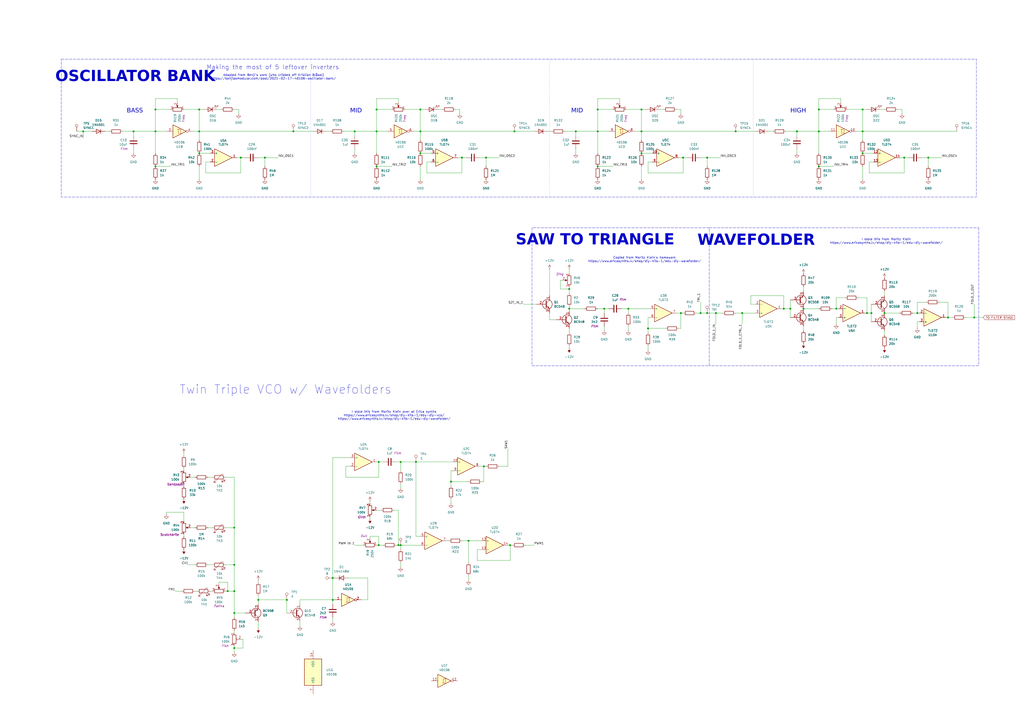
<source format=kicad_sch>
(kicad_sch (version 20231120) (generator "eeschema") (generator_version "8.0")
  (paper "A2")
  (title_block (title "Laundromat") (rev "1.0") (company "velvia-fifty") (comment 1 "https://github.com/velvia-fifty") (comment 2 "Just drop it off and we'll wash and fold it") (comment 4 "Stay humble"))
  (junction (at 115.57 88.9))
  (junction (at 219.71 267.97))
  (junction (at 218.44 96.52))
  (junction (at 149.86 347.98))
  (junction (at 410.21 181.61))
  (junction (at 396.24 91.44))
  (junction (at 193.04 335.28))
  (junction (at 232.41 316.23))
  (junction (at 90.17 76.2))
  (junction (at 135.89 375.92))
  (junction (at 462.28 76.2))
  (junction (at 505.46 181.61))
  (junction (at 426.72 76.2))
  (junction (at 132.08 342.9))
  (junction (at 135.89 327.66))
  (junction (at 513.08 181.61))
  (junction (at 549.91 184.15))
  (junction (at 280.67 270.51))
  (junction (at 485.14 179.07))
  (junction (at 298.45 76.2))
  (junction (at 454.66 179.07))
  (junction (at 372.11 63.5))
  (junction (at 500.38 88.9))
  (junction (at 115.57 76.2))
  (junction (at 231.14 316.23))
  (junction (at 502.92 181.61))
  (junction (at 281.94 91.44))
  (junction (at 90.17 63.5))
  (junction (at 474.98 96.52))
  (junction (at 330.2 167.64))
  (junction (at 458.47 179.07))
  (junction (at 372.11 88.9))
  (junction (at 115.57 63.5))
  (junction (at 135.89 355.6))
  (junction (at 346.71 63.5))
  (junction (at 295.91 316.23))
  (junction (at 243.84 63.5))
  (junction (at 218.44 63.5))
  (junction (at 474.98 76.2))
  (junction (at 48.26 76.2))
  (junction (at 372.11 76.2))
  (junction (at 375.92 190.5))
  (junction (at 466.09 179.07))
  (junction (at 500.38 76.2))
  (junction (at 219.71 316.23))
  (junction (at 193.04 347.98))
  (junction (at 218.44 76.2))
  (junction (at 364.49 179.07))
  (junction (at 406.4 181.61))
  (junction (at 153.67 91.44))
  (junction (at 170.18 76.2))
  (junction (at 90.17 96.52))
  (junction (at 139.7 91.44))
  (junction (at 330.2 179.07))
  (junction (at 346.71 76.2))
  (junction (at 500.38 63.5))
  (junction (at 243.84 88.9))
  (junction (at 346.71 96.52))
  (junction (at 350.52 179.07))
  (junction (at 415.29 181.61))
  (junction (at 267.97 91.44))
  (junction (at 232.41 267.97))
  (junction (at 394.97 181.61))
  (junction (at 243.84 76.2))
  (junction (at 524.51 91.44))
  (junction (at 166.37 347.98))
  (junction (at 205.74 76.2))
  (junction (at 334.01 76.2))
  (junction (at 241.3 267.97))
  (junction (at 532.13 181.61))
  (junction (at 271.78 313.69))
  (junction (at 77.47 76.2))
  (junction (at 135.89 306.07))
  (junction (at 135.89 342.9))
  (junction (at 430.53 181.61))
  (junction (at 261.62 279.4))
  (junction (at 474.98 63.5))
  (junction (at 538.48 91.44))
  (junction (at 410.21 91.44))
  (junction (at 565.15 184.15))
  (wire (pts (xy 364.49 179.07) (xy 360.68 179.07)))
  (wire (pts (xy 513.08 194.31) (xy 513.08 191.77)))
  (wire (pts (xy 330.2 167.64) (xy 325.12 167.64)))
  (wire (pts (xy 229.87 267.97) (xy 232.41 267.97)))
  (wire (pts (xy 214.63 311.15) (xy 214.63 312.42)))
  (wire (pts (xy 534.67 91.44) (xy 538.48 91.44)))
  (wire (pts (xy 135.89 375.92) (xy 135.89 378.46)))
  (wire (pts (xy 261.62 273.05) (xy 262.89 273.05)))
  (wire (pts (xy 90.17 57.15) (xy 90.17 63.5)))
  (wire (pts (xy 544.83 175.26) (xy 549.91 175.26)))
  (wire (pts (xy 218.44 316.23) (xy 219.71 316.23)))
  (wire (pts (xy 130.81 276.86) (xy 135.89 276.86)))
  (wire (pts (xy 560.07 184.15) (xy 565.15 184.15)))
  (wire (pts (xy 474.98 96.52) (xy 483.87 96.52)))
  (wire (pts (xy 118.11 63.5) (xy 115.57 63.5)))
  (wire (pts (xy 368.3 76.2) (xy 372.11 76.2)))
  (wire (pts (xy 135.89 63.5) (xy 138.43 63.5)))
  (wire (pts (xy 346.71 96.52) (xy 355.6 96.52)))
  (wire (pts (xy 232.41 318.77) (xy 232.41 316.23)))
  (wire (pts (xy 203.2 265.43) (xy 193.04 265.43)))
  (wire (pts (xy 506.73 93.98) (xy 504.19 93.98)))
  (wire (pts (xy 378.46 93.98) (xy 375.92 93.98)))
  (wire (pts (xy 232.41 283.21) (xy 232.41 280.67)))
  (wire (pts (xy 135.89 355.6) (xy 142.24 355.6)))
  (wire (pts (xy 350.52 179.07) (xy 346.71 179.07)))
  (wire (pts (xy 128.27 63.5) (xy 125.73 63.5)))
  (wire (pts (xy 232.41 316.23) (xy 243.84 316.23)))
  (wire (pts (xy 295.91 325.12) (xy 295.91 316.23)))
  (wire (pts (xy 278.13 270.51) (xy 280.67 270.51)))
  (wire (pts (xy 485.14 184.15) (xy 486.41 184.15)))
  (wire (pts (xy 218.44 96.52) (xy 227.33 96.52)))
  (wire (pts (xy 350.52 181.61) (xy 350.52 179.07)))
  (wire (pts (xy 294.64 260.35) (xy 294.64 270.51)))
  (wire (pts (xy 504.19 93.98) (xy 504.19 100.33)))
  (wire (pts (xy 71.12 76.2) (xy 77.47 76.2)))
  (wire (pts (xy 193.04 347.98) (xy 194.31 347.98)))
  (wire (pts (xy 497.84 172.72) (xy 502.92 172.72)))
  (wire (pts (xy 130.81 342.9) (xy 132.08 342.9)))
  (wire (pts (xy 243.84 63.5) (xy 234.95 63.5)))
  (wire (pts (xy 218.44 267.97) (xy 219.71 267.97)))
  (wire (pts (xy 110.49 306.07) (xy 113.03 306.07)))
  (wire (pts (xy 415.29 187.96) (xy 415.29 181.61)))
  (wire (pts (xy 153.67 91.44) (xy 161.29 91.44)))
  (wire (pts (xy 521.97 181.61) (xy 513.08 181.61)))
  (wire (pts (xy 127 337.82) (xy 127 339.09)))
  (wire (pts (xy 121.92 93.98) (xy 119.38 93.98)))
  (wire (pts (xy 149.86 91.44) (xy 153.67 91.44)))
  (wire (pts (xy 123.19 342.9) (xy 121.92 342.9)))
  (wire (pts (xy 295.91 316.23) (xy 294.64 316.23)))
  (wire (pts (xy 532.13 186.69) (xy 533.4 186.69)))
  (wire (pts (xy 346.71 57.15) (xy 346.71 63.5)))
  (wire (pts (xy 139.7 370.84) (xy 140.97 370.84)))
  (wire (pts (xy 325.12 167.64) (xy 325.12 162.56)))
  (wire (pts (xy 410.21 96.52) (xy 410.21 91.44)))
  (wire (pts (xy 149.86 364.49) (xy 149.86 360.68)))
  (wire (pts (xy 289.56 270.51) (xy 294.64 270.51)))
  (wire (pts (xy 276.86 318.77) (xy 276.86 325.12)))
  (wire (pts (xy 538.48 91.44) (xy 546.1 91.44)))
  (wire (pts (xy 48.26 80.01) (xy 48.26 76.2)))
  (wire (pts (xy 396.24 91.44) (xy 398.78 91.44)))
  (wire (pts (xy 524.51 91.44) (xy 527.05 91.44)))
  (wire (pts (xy 394.97 190.5) (xy 393.7 190.5)))
  (wire (pts (xy 218.44 63.5) (xy 227.33 63.5)))
  (wire (pts (xy 247.65 100.33) (xy 267.97 100.33)))
  (wire (pts (xy 231.14 316.23) (xy 232.41 316.23)))
  (wire (pts (xy 474.98 63.5) (xy 483.87 63.5)))
  (wire (pts (xy 261.62 279.4) (xy 261.62 281.94)))
  (wire (pts (xy 218.44 295.91) (xy 220.98 295.91)))
  (wire (pts (xy 487.68 59.69) (xy 487.68 57.15)))
  (wire (pts (xy 229.87 316.23) (xy 231.14 316.23)))
  (wire (pts (xy 140.97 375.92) (xy 135.89 375.92)))
  (wire (pts (xy 375.92 203.2) (xy 375.92 200.66)))
  (wire (pts (xy 261.62 292.1) (xy 261.62 289.56)))
  (wire (pts (xy 106.68 281.94) (xy 106.68 280.67)))
  (wire (pts (xy 325.12 162.56) (xy 326.39 162.56)))
  (wire (pts (xy 339.09 179.07) (xy 330.2 179.07)))
  (wire (pts (xy 111.76 76.2) (xy 115.57 76.2)))
  (wire (pts (xy 139.7 91.44) (xy 137.16 91.44)))
  (wire (pts (xy 375.92 184.15) (xy 375.92 190.5)))
  (wire (pts (xy 266.7 63.5) (xy 266.7 66.04)))
  (wire (pts (xy 213.36 335.28) (xy 201.93 335.28)))
  (wire (pts (xy 403.86 181.61) (xy 406.4 181.61)))
  (wire (pts (xy 406.4 175.26) (xy 406.4 181.61)))
  (wire (pts (xy 48.26 76.2) (xy 53.34 76.2)))
  (wire (pts (xy 259.08 313.69) (xy 260.35 313.69)))
  (wire (pts (xy 247.65 93.98) (xy 247.65 100.33)))
  (polyline (pts (xy 567.69 132.08) (xy 567.69 212.09)) (stroke (width 0) (type dash)))
  (wire (pts (xy 205.74 88.9) (xy 205.74 86.36)))
  (wire (pts (xy 502.92 181.61) (xy 505.46 181.61)))
  (wire (pts (xy 219.71 276.86) (xy 219.71 267.97)))
  (wire (pts (xy 278.13 91.44) (xy 281.94 91.44)))
  (wire (pts (xy 232.41 267.97) (xy 232.41 273.05)))
  (wire (pts (xy 474.98 76.2) (xy 474.98 88.9)))
  (wire (pts (xy 109.22 327.66) (xy 113.03 327.66)))
  (wire (pts (xy 474.98 76.2) (xy 481.33 76.2)))
  (wire (pts (xy 205.74 76.2) (xy 218.44 76.2)))
  (wire (pts (xy 364.49 179.07) (xy 377.19 179.07)))
  (wire (pts (xy 243.84 76.2) (xy 243.84 63.5)))
  (wire (pts (xy 309.88 316.23) (xy 304.8 316.23)))
  (wire (pts (xy 396.24 100.33) (xy 396.24 91.44)))
  (wire (pts (xy 500.38 63.5) (xy 491.49 63.5)))
  (wire (pts (xy 500.38 76.2) (xy 500.38 81.28)))
  (wire (pts (xy 106.68 297.18) (xy 106.68 302.26)))
  (wire (pts (xy 455.93 76.2) (xy 462.28 76.2)))
  (wire (pts (xy 303.53 176.53) (xy 311.15 176.53)))
  (wire (pts (xy 330.2 156.21) (xy 330.2 158.75)))
  (wire (pts (xy 364.49 181.61) (xy 364.49 179.07)))
  (wire (pts (xy 218.44 57.15) (xy 218.44 63.5)))
  (wire (pts (xy 250.19 88.9) (xy 243.84 88.9)))
  (wire (pts (xy 474.98 57.15) (xy 474.98 63.5)))
  (wire (pts (xy 231.14 59.69) (xy 231.14 57.15)))
  (wire (pts (xy 279.4 318.77) (xy 276.86 318.77)))
  (wire (pts (xy 485.14 179.07) (xy 482.6 179.07)))
  (wire (pts (xy 500.38 76.2) (xy 554.99 76.2)))
  (wire (pts (xy 232.41 267.97) (xy 241.3 267.97)))
  (wire (pts (xy 281.94 270.51) (xy 280.67 270.51)))
  (wire (pts (xy 90.17 63.5) (xy 90.17 76.2)))
  (wire (pts (xy 139.7 100.33) (xy 139.7 91.44)))
  (wire (pts (xy 219.71 316.23) (xy 222.25 316.23)))
  (wire (pts (xy 218.44 76.2) (xy 224.79 76.2)))
  (wire (pts (xy 565.15 184.15) (xy 570.23 184.15)))
  (wire (pts (xy 548.64 184.15) (xy 549.91 184.15)))
  (wire (pts (xy 318.77 156.21) (xy 318.77 171.45)))
  (wire (pts (xy 106.68 271.78) (xy 106.68 273.05)))
  (wire (pts (xy 140.97 370.84) (xy 140.97 375.92)))
  (wire (pts (xy 102.87 57.15) (xy 90.17 57.15)))
  (wire (pts (xy 214.63 290.83) (xy 214.63 292.1)))
  (wire (pts (xy 406.4 91.44) (xy 410.21 91.44)))
  (wire (pts (xy 406.4 181.61) (xy 410.21 181.61)))
  (wire (pts (xy 132.08 342.9) (xy 132.08 337.82)))
  (wire (pts (xy 410.21 181.61) (xy 415.29 181.61)))
  (wire (pts (xy 486.41 179.07) (xy 485.14 179.07)))
  (wire (pts (xy 438.15 76.2) (xy 426.72 76.2)))
  (wire (pts (xy 135.89 367.03) (xy 135.89 365.76)))
  (polyline (pts (xy 436.88 34.29) (xy 436.88 114.3)) (stroke (width 0) (type dot)))
  (wire (pts (xy 102.87 59.69) (xy 102.87 57.15)))
  (polyline (pts (xy 308.61 212.09) (xy 411.48 212.09)) (stroke (width 0) (type dash)))
  (wire (pts (xy 435.61 176.53) (xy 435.61 171.45)))
  (wire (pts (xy 123.19 306.07) (xy 120.65 306.07)))
  (wire (pts (xy 490.22 172.72) (xy 485.14 172.72)))
  (wire (pts (xy 396.24 181.61) (xy 394.97 181.61)))
  (wire (pts (xy 502.92 63.5) (xy 500.38 63.5)))
  (wire (pts (xy 375.92 184.15) (xy 377.19 184.15)))
  (polyline (pts (xy 308.61 132.08) (xy 308.61 212.09)) (stroke (width 0) (type dash)))
  (wire (pts (xy 218.44 76.2) (xy 218.44 88.9)))
  (wire (pts (xy 241.3 267.97) (xy 262.89 267.97)))
  (wire (pts (xy 200.66 276.86) (xy 219.71 276.86)))
  (wire (pts (xy 119.38 93.98) (xy 119.38 100.33)))
  (wire (pts (xy 445.77 76.2) (xy 448.31 76.2)))
  (wire (pts (xy 524.51 100.33) (xy 524.51 91.44)))
  (wire (pts (xy 96.52 297.18) (xy 96.52 298.45)))
  (wire (pts (xy 374.65 63.5) (xy 372.11 63.5)))
  (wire (pts (xy 173.99 350.52) (xy 173.99 347.98)))
  (wire (pts (xy 264.16 63.5) (xy 266.7 63.5)))
  (wire (pts (xy 106.68 297.18) (xy 96.52 297.18)))
  (wire (pts (xy 135.89 276.86) (xy 135.89 306.07)))
  (wire (pts (xy 438.15 176.53) (xy 435.61 176.53)))
  (wire (pts (xy 454.66 179.07) (xy 453.39 179.07)))
  (polyline (pts (xy 318.77 34.29) (xy 318.77 114.3)) (stroke (width 0) (type dot)))
  (wire (pts (xy 243.84 96.52) (xy 243.84 104.14)))
  (wire (pts (xy 219.71 311.15) (xy 214.63 311.15)))
  (wire (pts (xy 135.89 306.07) (xy 130.81 306.07)))
  (wire (pts (xy 90.17 63.5) (xy 99.06 63.5)))
  (wire (pts (xy 115.57 76.2) (xy 170.18 76.2)))
  (wire (pts (xy 149.86 336.55) (xy 149.86 337.82)))
  (wire (pts (xy 110.49 276.86) (xy 113.03 276.86)))
  (wire (pts (xy 153.67 96.52) (xy 153.67 91.44)))
  (wire (pts (xy 119.38 100.33) (xy 139.7 100.33)))
  (wire (pts (xy 435.61 171.45) (xy 454.66 171.45)))
  (wire (pts (xy 232.41 328.93) (xy 232.41 326.39)))
  (wire (pts (xy 317.5 76.2) (xy 320.04 76.2)))
  (wire (pts (xy 462.28 76.2) (xy 474.98 76.2)))
  (wire (pts (xy 209.55 347.98) (xy 213.36 347.98)))
  (wire (pts (xy 438.15 181.61) (xy 430.53 181.61)))
  (wire (pts (xy 256.54 63.5) (xy 254 63.5)))
  (wire (pts (xy 135.89 355.6) (xy 135.89 342.9)))
  (wire (pts (xy 549.91 184.15) (xy 552.45 184.15)))
  (wire (pts (xy 334.01 88.9) (xy 334.01 86.36)))
  (wire (pts (xy 375.92 100.33) (xy 396.24 100.33)))
  (wire (pts (xy 219.71 316.23) (xy 219.71 311.15)))
  (wire (pts (xy 106.68 311.15) (xy 106.68 309.88)))
  (polyline (pts (xy 411.48 132.08) (xy 567.69 132.08)) (stroke (width 0) (type dash)))
  (wire (pts (xy 267.97 313.69) (xy 271.78 313.69)))
  (wire (pts (xy 330.2 179.07) (xy 330.2 180.34)))
  (wire (pts (xy 523.24 63.5) (xy 523.24 66.04)))
  (wire (pts (xy 359.41 57.15) (xy 346.71 57.15)))
  (wire (pts (xy 372.11 76.2) (xy 372.11 81.28)))
  (wire (pts (xy 115.57 76.2) (xy 115.57 63.5)))
  (wire (pts (xy 462.28 88.9) (xy 462.28 86.36)))
  (wire (pts (xy 521.97 91.44) (xy 524.51 91.44)))
  (wire (pts (xy 193.04 335.28) (xy 194.31 335.28)))
  (wire (pts (xy 538.48 96.52) (xy 538.48 91.44)))
  (wire (pts (xy 214.63 300.99) (xy 214.63 299.72)))
  (wire (pts (xy 513.08 63.5) (xy 510.54 63.5)))
  (wire (pts (xy 372.11 76.2) (xy 372.11 63.5)))
  (wire (pts (xy 506.73 88.9) (xy 500.38 88.9)))
  (wire (pts (xy 243.84 311.15) (xy 241.3 311.15)))
  (wire (pts (xy 132.08 337.82) (xy 127 337.82)))
  (wire (pts (xy 203.2 270.51) (xy 200.66 270.51)))
  (wire (pts (xy 350.52 191.77) (xy 350.52 189.23)))
  (wire (pts (xy 250.19 93.98) (xy 247.65 93.98)))
  (wire (pts (xy 505.46 181.61) (xy 505.46 186.69)))
  (wire (pts (xy 132.08 342.9) (xy 135.89 342.9)))
  (wire (pts (xy 295.91 316.23) (xy 297.18 316.23)))
  (wire (pts (xy 173.99 363.22) (xy 173.99 360.68)))
  (wire (pts (xy 410.21 91.44) (xy 417.83 91.44)))
  (wire (pts (xy 458.47 179.07) (xy 458.47 184.15)))
  (wire (pts (xy 166.37 355.6) (xy 166.37 347.98)))
  (wire (pts (xy 281.94 96.52) (xy 281.94 91.44)))
  (wire (pts (xy 228.6 295.91) (xy 231.14 295.91)))
  (wire (pts (xy 520.7 63.5) (xy 523.24 63.5)))
  (wire (pts (xy 485.14 187.96) (xy 485.14 184.15)))
  (wire (pts (xy 430.53 187.96) (xy 430.53 181.61)))
  (wire (pts (xy 181.61 76.2) (xy 170.18 76.2)))
  (wire (pts (xy 271.78 313.69) (xy 279.4 313.69)))
  (polyline (pts (xy 510.54 212.09) (xy 411.48 212.09)) (stroke (width 0) (type dash)))
  (wire (pts (xy 334.01 78.74) (xy 334.01 76.2)))
  (wire (pts (xy 166.37 347.98) (xy 149.86 347.98)))
  (wire (pts (xy 346.71 76.2) (xy 353.06 76.2)))
  (wire (pts (xy 243.84 76.2) (xy 243.84 81.28)))
  (wire (pts (xy 474.98 179.07) (xy 466.09 179.07)))
  (wire (pts (xy 485.14 172.72) (xy 485.14 179.07)))
  (wire (pts (xy 138.43 63.5) (xy 138.43 66.04)))
  (wire (pts (xy 261.62 273.05) (xy 261.62 279.4)))
  (wire (pts (xy 219.71 267.97) (xy 222.25 267.97)))
  (wire (pts (xy 532.13 190.5) (xy 532.13 186.69)))
  (wire (pts (xy 394.97 181.61) (xy 394.97 190.5)))
  (wire (pts (xy 90.17 76.2) (xy 90.17 88.9)))
  (wire (pts (xy 392.43 181.61) (xy 394.97 181.61)))
  (wire (pts (xy 149.86 345.44) (xy 149.86 347.98)))
  (polyline (pts (xy 180.34 34.29) (xy 180.34 114.3)) (stroke (width 0) (type dot)))
  (wire (pts (xy 115.57 76.2) (xy 115.57 81.28)))
  (polyline (pts (xy 567.69 172.72) (xy 567.69 171.45)) (stroke (width 0) (type dash)))
  (wire (pts (xy 231.14 57.15) (xy 218.44 57.15)))
  (wire (pts (xy 123.19 327.66) (xy 120.65 327.66)))
  (wire (pts (xy 135.89 342.9) (xy 135.89 327.66)))
  (wire (pts (xy 502.92 172.72) (xy 502.92 181.61)))
  (wire (pts (xy 189.23 76.2) (xy 191.77 76.2)))
  (wire (pts (xy 458.47 173.99) (xy 458.47 179.07)))
  (wire (pts (xy 322.58 185.42) (xy 318.77 185.42)))
  (wire (pts (xy 115.57 63.5) (xy 106.68 63.5)))
  (wire (pts (xy 135.89 374.65) (xy 135.89 375.92)))
  (wire (pts (xy 466.09 191.77) (xy 466.09 189.23)))
  (wire (pts (xy 267.97 91.44) (xy 265.43 91.44)))
  (wire (pts (xy 243.84 76.2) (xy 298.45 76.2)))
  (wire (pts (xy 199.39 76.2) (xy 205.74 76.2)))
  (wire (pts (xy 60.96 76.2) (xy 63.5 76.2)))
  (wire (pts (xy 271.78 279.4) (xy 261.62 279.4)))
  (wire (pts (xy 193.04 335.28) (xy 193.04 347.98)))
  (wire (pts (xy 364.49 191.77) (xy 364.49 189.23)))
  (wire (pts (xy 330.2 201.93) (xy 330.2 200.66)))
  (wire (pts (xy 135.89 306.07) (xy 135.89 327.66)))
  (wire (pts (xy 280.67 279.4) (xy 279.4 279.4)))
  (wire (pts (xy 318.77 185.42) (xy 318.77 181.61)))
  (wire (pts (xy 271.78 336.55) (xy 271.78 334.01)))
  (wire (pts (xy 513.08 168.91) (xy 513.08 171.45)))
  (wire (pts (xy 505.46 176.53) (xy 505.46 181.61)))
  (wire (pts (xy 280.67 270.51) (xy 280.67 279.4)))
  (wire (pts (xy 231.14 295.91) (xy 231.14 316.23)))
  (wire (pts (xy 240.03 76.2) (xy 243.84 76.2)))
  (wire (pts (xy 281.94 91.44) (xy 289.56 91.44)))
  (wire (pts (xy 346.71 76.2) (xy 346.71 88.9)))
  (wire (pts (xy 502.92 181.61) (xy 501.65 181.61)))
  (wire (pts (xy 135.89 358.14) (xy 135.89 355.6)))
  (wire (pts (xy 90.17 76.2) (xy 96.52 76.2)))
  (wire (pts (xy 276.86 325.12) (xy 295.91 325.12)))
  (wire (pts (xy 327.66 76.2) (xy 334.01 76.2)))
  (wire (pts (xy 532.13 181.61) (xy 529.59 181.61)))
  (wire (pts (xy 346.71 63.5) (xy 355.6 63.5)))
  (wire (pts (xy 462.28 78.74) (xy 462.28 76.2)))
  (polyline (pts (xy 411.48 132.08) (xy 308.61 132.08)) (stroke (width 0) (type dash)))
  (wire (pts (xy 213.36 347.98) (xy 213.36 335.28)))
  (wire (pts (xy 205.74 316.23) (xy 210.82 316.23)))
  (wire (pts (xy 430.53 181.61) (xy 426.72 181.61)))
  (wire (pts (xy 350.52 179.07) (xy 353.06 179.07)))
  (wire (pts (xy 549.91 175.26) (xy 549.91 184.15)))
  (wire (pts (xy 77.47 88.9) (xy 77.47 86.36)))
  (wire (pts (xy 77.47 78.74) (xy 77.47 76.2)))
  (wire (pts (xy 193.04 360.68) (xy 193.04 358.14)))
  (wire (pts (xy 115.57 96.52) (xy 115.57 104.14)))
  (wire (pts (xy 218.44 63.5) (xy 218.44 76.2)))
  (wire (pts (xy 394.97 63.5) (xy 394.97 66.04)))
  (wire (pts (xy 500.38 96.52) (xy 500.38 104.14)))
  (wire (pts (xy 330.2 167.64) (xy 330.2 170.18)))
  (wire (pts (xy 533.4 181.61) (xy 532.13 181.61)))
  (wire (pts (xy 375.92 93.98) (xy 375.92 100.33)))
  (wire (pts (xy 267.97 91.44) (xy 270.51 91.44)))
  (wire (pts (xy 386.08 190.5) (xy 375.92 190.5)))
  (wire (pts (xy 375.92 190.5) (xy 375.92 193.04)))
  (wire (pts (xy 309.88 76.2) (xy 298.45 76.2)))
  (polyline (pts (xy 567.69 212.09) (xy 510.54 212.09)) (stroke (width 0) (type dash)))
  (wire (pts (xy 121.92 88.9) (xy 115.57 88.9)))
  (wire (pts (xy 139.7 91.44) (xy 142.24 91.44)))
  (wire (pts (xy 241.3 311.15) (xy 241.3 267.97)))
  (wire (pts (xy 454.66 171.45) (xy 454.66 179.07)))
  (wire (pts (xy 173.99 347.98) (xy 193.04 347.98)))
  (polyline (pts (xy 411.48 212.09) (xy 411.48 132.08)) (stroke (width 0) (type dash)))
  (wire (pts (xy 346.71 63.5) (xy 346.71 76.2)))
  (wire (pts (xy 392.43 63.5) (xy 394.97 63.5)))
  (wire (pts (xy 378.46 88.9) (xy 372.11 88.9)))
  (wire (pts (xy 359.41 59.69) (xy 359.41 57.15)))
  (wire (pts (xy 466.09 166.37) (xy 466.09 168.91)))
  (wire (pts (xy 474.98 63.5) (xy 474.98 76.2)))
  (wire (pts (xy 77.47 76.2) (xy 90.17 76.2)))
  (wire (pts (xy 120.65 276.86) (xy 123.19 276.86)))
  (wire (pts (xy 372.11 63.5) (xy 363.22 63.5)))
  (wire (pts (xy 114.3 342.9) (xy 113.03 342.9)))
  (wire (pts (xy 101.6 342.9) (xy 105.41 342.9)))
  (wire (pts (xy 496.57 76.2) (xy 500.38 76.2)))
  (wire (pts (xy 532.13 175.26) (xy 532.13 181.61)))
  (wire (pts (xy 200.66 270.51) (xy 200.66 276.86)))
  (wire (pts (xy 205.74 78.74) (xy 205.74 76.2)))
  (wire (pts (xy 267.97 100.33) (xy 267.97 91.44)))
  (wire (pts (xy 106.68 262.89) (xy 106.68 264.16)))
  (wire (pts (xy 565.15 176.53) (xy 565.15 184.15)))
  (wire (pts (xy 372.11 76.2) (xy 426.72 76.2)))
  (wire (pts (xy 135.89 327.66) (xy 130.81 327.66)))
  (wire (pts (xy 458.47 179.07) (xy 454.66 179.07)))
  (wire (pts (xy 393.7 91.44) (xy 396.24 91.44)))
  (wire (pts (xy 330.2 177.8) (xy 330.2 179.07)))
  (wire (pts (xy 415.29 181.61) (xy 419.1 181.61)))
  (wire (pts (xy 537.21 175.26) (xy 532.13 175.26)))
  (wire (pts (xy 334.01 76.2) (xy 346.71 76.2)))
  (wire (pts (xy 372.11 96.52) (xy 372.11 104.14)))
  (wire (pts (xy 149.86 347.98) (xy 149.86 350.52)))
  (wire (pts (xy 246.38 63.5) (xy 243.84 63.5)))
  (wire (pts (xy 330.2 166.37) (xy 330.2 167.64)))
  (wire (pts (xy 384.81 63.5) (xy 382.27 63.5)))
  (wire (pts (xy 504.19 100.33) (xy 524.51 100.33)))
  (wire (pts (xy 487.68 57.15) (xy 474.98 57.15)))
  (wire (pts (xy 193.04 265.43) (xy 193.04 335.28)))
  (wire (pts (xy 500.38 76.2) (xy 500.38 63.5)))
  (wire (pts (xy 44.45 76.2) (xy 48.26 76.2)))
  (wire (pts (xy 330.2 193.04) (xy 330.2 190.5)))
  (wire (pts (xy 90.17 96.52) (xy 99.06 96.52)))
  (wire (pts (xy 193.04 350.52) (xy 193.04 347.98)))
  (wire (pts (xy 271.78 326.39) (xy 271.78 313.69)))
  (rectangle (start 35.56 34.29) (end 566.42 114.3) (stroke (width 0) (type dash)))
  (text "Twin Triple VCO w/ Wavefolders" (at 165.608 226.06 0) (effects (font (size 5.08 5.08))))
  (text "BASS" (at 78.232 65.024 0) (effects (font (size 2.54 2.54) (thickness 0.4763))))
  (text "I stole this from Moritz Klein\nhttps://www.ericasynths.lv/shop/diy-kits-1/edu-diy-wavefolder/\n" (at 514.096 139.954 0) (effects (font (size 1.27 1.27))))
  (text "I stole this from Moritz Klein over at Erica synths\nhttps://www.ericasynths.lv/shop/diy-kits-1/edu-diy-vco/\nhttps://www.ericasynths.lv/shop/diy-kits-1/edu-diy-wavefolder/\n" (at 228.6 241.046 0) (effects (font (size 1.27 1.27))))
  (text "Copied from Moritz Klein's homework\nhttps://www.ericasynths.lv/shop/diy-kits-1/edu-diy-wavefolder/\n" (at 373.888 150.622 0) (effects (font (size 1.27 1.27))))
  (text "Making the most of 5 leftover inverters" (at 158.242 39.116 0) (effects (font (size 2.54 2.54))))
  (text "SAW TO TRIANGLE" (at 345.186 140.97 0) (effects (font (size 6.35 6.35) (thickness 1.27) (bold yes))))
  (text "WAVEFOLDER" (at 438.658 141.224 0) (effects (font (size 6.35 6.35) (thickness 1.27) (bold yes))))
  (text "HIGH\n" (at 463.042 65.024 0) (effects (font (size 2.54 2.54) (thickness 0.4763))))
  (text "MID" (at 206.502 65.024 0) (effects (font (size 2.54 2.54) (thickness 0.4763))))
  (text "MID" (at 334.772 65.024 0) (effects (font (size 2.54 2.54) (thickness 0.4763))))
  (text "OSCILLATOR BANK" (at 78.486 46.228 0) (effects (font (size 6.35 6.35) (thickness 1.27) (bold yes))))
  (text "Adapted from Benji's work (who cribbed off Kristian Blåsol)\nhttps://benjiaomodular.com/post/2021-02-17-40106-oscillator-bank/" (at 158.75 44.704 0) (effects (font (size 1.27 1.27))))
  (label "INV_TRI4" (at 483.87 96.52 0))
  (label "FOLD_1_IN" (at 415.29 187.96 270))
  (label "FOLD_1_CTRL_1" (at 430.53 187.96 270))
  (label "INV_OSC1" (at 161.29 91.44 0))
  (label "S2T_IN_1" (at 303.53 176.53 180))
  (label "INV_OSC3" (at 417.83 91.44 0))
  (label "CV1" (at 109.22 327.66 180))
  (label "INV_OSC2" (at 289.56 91.44 0))
  (label "SYNC_IN" (at 48.26 80.01 180))
  (label "INV_TRI3" (at 355.6 96.52 0))
  (label "FOLD_1_OUT" (at 565.15 176.53 90))
  (label "TRI_1" (at 406.4 175.26 90))
  (label "INV_TRI2" (at 227.33 96.52 0))
  (label "INV_TRI1" (at 99.06 96.52 0))
  (label "PWM1" (at 309.88 316.23 0))
  (label "FM1" (at 101.6 342.9 180))
  (label "PWM IN 1" (at 205.74 316.23 180))
  (label "SAW1" (at 294.64 260.35 90))
  (label "INV_OSC4" (at 546.1 91.44 0))
  (global_label "TO FILTER STAGE" (shape input) (at 570.23 184.15 0) (property "Intersheetrefs" "${INTERSHEET_REFS}" (effects (hide yes))))
  (symbol (lib_id "power:GND") (at 232.41 328.93 0) (unit 1) (on_board no)
    (property "Reference" "#PWR027" (effects (hide yes)))
    (property "Value" "GND" (at 232.41 334.01 0))
    (property "Description" "Power symbol creates a global label with name \"GND\" , ground" (effects (hide yes)))
  )
  (symbol (lib_id "power:GND") (at 375.92 203.2 0) (unit 1) (on_board no)
    (property "Reference" "#PWR051" (effects (hide yes)))
    (property "Value" "GND" (at 375.92 208.28 0))
    (property "Description" "Power symbol creates a global label with name \"GND\" , ground" (effects (hide yes)))
  )
  (symbol (lib_id "power:GND") (at 261.62 292.1 0) (unit 1) (on_board no)
    (property "Reference" "#PWR028" (effects (hide yes)))
    (property "Value" "GND" (at 261.62 297.18 0))
    (property "Description" "Power symbol creates a global label with name \"GND\" , ground" (effects (hide yes)))
  )
  (symbol (lib_id "Device:R") (at 153.67 100.33 0) (unit 1) (on_board no)
    (property "Reference" "R46" (at 156.21 99.0599 0) (effects (justify left)))
    (property "Value" "1M" (at 156.21 101.5999 0) (effects (justify left)))
    (property "Footprint" "Resistor_SMD:R_0805_2012Metric_Pad1.20x1.40mm_HandSolder" (effects (hide yes)))
    (property "Description" "Resistor" (effects (hide yes)))
  )
  (symbol (lib_id "Amplifier_Operational:TL072") (at 384.81 181.61 0) (unit 2) (on_board no)
    (property "Reference" "U3" (at 384.81 171.45 0))
    (property "Value" "TL072" (at 384.81 173.99 0))
    (property "Footprint" "Package_SO:TSSOP-8_4.4x3mm_P0.65mm" (effects (hide yes)))
    (property "Datasheet" "http://www.ti.com/lit/ds/symlink/tl071.pdf" (effects (hide yes)))
    (property "Description" "Dual Low-Noise JFET-Input Operational Amplifiers, DIP-8/SOIC-8" (effects (hide yes)))
  )
  (symbol (lib_id "Diode:1N4148W") (at 198.12 335.28 0) (unit 1) (on_board no)
    (property "Reference" "D1" (at 198.12 328.93 0))
    (property "Value" "1N4148W" (at 198.12 331.47 0))
    (property "Footprint" "Diode_SMD:D_SOD-123" (effects (hide yes)))
    (property "Datasheet" "https://www.vishay.com/docs/85748/1n4148w.pdf" (effects (hide yes)))
    (property "Description" "75V 0.15A Fast Switching Diode, SOD-123" (effects (hide yes)))
    (property "Sim.Device" "D" (effects (hide yes)))
    (property "Sim.Pins" "1=K 2=A" (effects (hide yes)))
  )
  (symbol (lib_id "Device:R") (at 106.68 267.97 0) (mirror y) (unit 1) (on_board no)
    (property "Reference" "R9" (at 111.76 266.7 0))
    (property "Value" "100k" (at 111.76 269.24 0))
    (property "Footprint" "Resistor_SMD:R_0805_2012Metric_Pad1.20x1.40mm_HandSolder" (effects (hide yes)))
    (property "Description" "Resistor" (effects (hide yes)))
  )
  (symbol (lib_id "Device:R") (at 375.92 196.85 0) (unit 1) (on_board no)
    (property "Reference" "R38" (at 378.46 195.5799 0) (effects (justify left)))
    (property "Value" "100k" (at 378.46 198.1199 0) (effects (justify left)))
    (property "Footprint" "Resistor_SMD:R_0805_2012Metric_Pad1.20x1.40mm_HandSolder" (effects (hide yes)))
    (property "Description" "Resistor" (effects (hide yes)))
  )
  (symbol (lib_id "power:-12V") (at 106.68 289.56 180) (unit 1) (on_board no)
    (property "Reference" "#PWR017" (effects (hide yes)))
    (property "Value" "-12V" (at 106.68 294.64 0))
    (property "Description" "Power symbol creates a global label with name \"-12V\"" (effects (hide yes)))
  )
  (symbol (lib_id "Device:R") (at 494.03 172.72 90) (unit 1) (on_board no)
    (property "Reference" "R110" (at 494.03 166.37 90))
    (property "Value" "20k" (at 494.03 168.91 90))
    (property "Footprint" "Resistor_SMD:R_0805_2012Metric_Pad1.20x1.40mm_HandSolder" (effects (hide yes)))
    (property "Description" "Resistor" (effects (hide yes)))
  )
  (symbol (lib_id "power:GND") (at 372.11 104.14 0) (unit 1) (on_board no)
    (property "Reference" "#PWR096" (effects (hide yes)))
    (property "Value" "GND" (at 372.11 109.22 0))
    (property "Description" "Power symbol creates a global label with name \"GND\" , ground" (effects (hide yes)))
  )
  (symbol (lib_id "Device:R") (at 388.62 63.5 270) (unit 1) (on_board no)
    (property "Reference" "R127" (at 388.62 57.15 90))
    (property "Value" "2k" (at 388.62 59.69 90))
    (property "Footprint" "Resistor_SMD:R_0805_2012Metric_Pad1.20x1.40mm_HandSolder" (effects (hide yes)))
    (property "Description" "Resistor" (effects (hide yes)))
  )
  (symbol (lib_id "Amplifier_Operational:TL074") (at 251.46 313.69 0) (unit 2) (on_board no)
    (property "Reference" "U2" (at 251.46 303.53 0))
    (property "Value" "TL074" (at 251.46 306.07 0))
    (property "Footprint" "AT-Footprints:SOT23_DYY_TEX" (effects (hide yes)))
    (property "Datasheet" "http://www.ti.com/lit/ds/symlink/tl071.pdf" (effects (hide yes)))
    (property "Description" "Quad Low-Noise JFET-Input Operational Amplifiers, DIP-14/SOIC-14" (effects (hide yes)))
  )
  (symbol (lib_id "Transistor_BJT:BC548") (at 510.54 186.69 0) (unit 1) (on_board no)
    (property "Reference" "Q6" (at 515.62 185.4199 0) (effects (justify left)))
    (property "Value" "BC548" (at 515.62 187.9599 0) (effects (justify left)))
    (property "Footprint" "Package_TO_SOT_SMD:SOT-23-3" (effects (hide yes)))
    (property "Datasheet" "https://www.onsemi.com/pub/Collateral/BC550-D.pdf" (effects (hide yes)))
    (property "Description" "0.1A Ic, 30V Vce, Small Signal NPN Transistor, TO-92" (effects (hide yes)))
  )
  (symbol (lib_id "power:-12V") (at 466.09 199.39 180) (unit 1) (on_board no)
    (property "Reference" "#PWR084" (effects (hide yes)))
    (property "Value" "-12V" (at 466.09 204.47 0))
    (property "Description" "Power symbol creates a global label with name \"-12V\"" (effects (hide yes)))
  )
  (symbol (lib_id "power:GND") (at 474.98 104.14 0) (unit 1) (on_board no)
    (property "Reference" "#PWR0100" (effects (hide yes)))
    (property "Value" "GND" (at 474.98 109.22 0))
    (property "Description" "Power symbol creates a global label with name \"GND\" , ground" (effects (hide yes)))
  )
  (symbol (lib_id "Amplifier_Operational:TL072") (at 541.02 184.15 0) (mirror x) (unit 1) (on_board no)
    (property "Reference" "U10" (at 541.02 194.31 0))
    (property "Value" "TL072" (at 541.02 191.77 0))
    (property "Footprint" "Package_SO:TSSOP-8_4.4x3mm_P0.65mm" (effects (hide yes)))
    (property "Datasheet" "http://www.ti.com/lit/ds/symlink/tl071.pdf" (effects (hide yes)))
    (property "Description" "Dual Low-Noise JFET-Input Operational Amplifiers, DIP-8/SOIC-8" (effects (hide yes)))
  )
  (symbol (lib_id "power:GND") (at 153.67 104.14 0) (unit 1) (on_board no)
    (property "Reference" "#PWR054" (effects (hide yes)))
    (property "Value" "GND" (at 153.67 109.22 0))
    (property "Description" "Power symbol creates a global label with name \"GND\" , ground" (effects (hide yes)))
  )
  (symbol (lib_id "Device:R") (at 474.98 92.71 0) (unit 1) (on_board no)
    (property "Reference" "R130" (at 477.52 91.4399 0) (effects (justify left)))
    (property "Value" "1k" (at 477.52 93.9799 0) (effects (justify left)))
    (property "Footprint" "Resistor_SMD:R_0805_2012Metric_Pad1.20x1.40mm_HandSolder" (effects (hide yes)))
    (property "Description" "Resistor" (effects (hide yes)))
  )
  (symbol (lib_id "Device:R") (at 500.38 92.71 0) (mirror y) (unit 1) (on_board no)
    (property "Reference" "R133" (at 497.84 91.4399 0) (effects (justify left)))
    (property "Value" "10k" (at 497.84 93.9799 0) (effects (justify left)))
    (property "Footprint" "Resistor_SMD:R_0805_2012Metric_Pad1.20x1.40mm_HandSolder" (effects (hide yes)))
    (property "Description" "Resistor" (effects (hide yes)))
  )
  (symbol (lib_id "power:GND") (at 243.84 104.14 0) (unit 1) (on_board no)
    (property "Reference" "#PWR090" (effects (hide yes)))
    (property "Value" "GND" (at 243.84 109.22 0))
    (property "Description" "Power symbol creates a global label with name \"GND\" , ground" (effects (hide yes)))
  )
  (symbol (lib_id "Connector:TestPoint") (at 410.21 181.61 0) (unit 1) (on_board no)
    (property "Reference" "TP12" (at 412.75 177.0379 0) (effects (justify left)))
    (property "Value" "TRI" (at 412.75 179.5779 0) (effects (justify left)))
    (property "Description" "test point" (effects (hide yes)))
  )
  (symbol (lib_id "4xxx:40106") (at 232.41 76.2 0) (mirror x) (unit 3) (on_board no)
    (property "Reference" "U1" (at 232.41 85.09 0))
    (property "Value" "40106" (at 232.41 82.55 0))
    (property "Datasheet" "https://assets.nexperia.com/documents/data-sheet/HEF40106B.pdf" (effects (hide yes)))
    (property "Description" "Hex Schmitt trigger inverter" (effects (hide yes)))
  )
  (symbol (lib_id "Device:R") (at 330.2 173.99 0) (unit 1) (on_board no)
    (property "Reference" "R2" (at 332.74 172.7199 0) (effects (justify left)))
    (property "Value" "10k" (at 332.74 175.2599 0) (effects (justify left)))
    (property "Footprint" "Resistor_SMD:R_0805_2012Metric_Pad1.20x1.40mm_HandSolder" (effects (hide yes)))
    (property "Description" "Resistor" (effects (hide yes)))
  )
  (symbol (lib_id "Device:R") (at 261.62 285.75 0) (unit 1) (on_board no)
    (property "Reference" "R22" (at 264.16 284.4799 0) (effects (justify left)))
    (property "Value" "47k" (at 264.16 287.0199 0) (effects (justify left)))
    (property "Footprint" "Resistor_SMD:R_0805_2012Metric_Pad1.20x1.40mm_HandSolder" (effects (hide yes)))
    (property "Description" "Resistor" (effects (hide yes)))
  )
  (symbol (lib_id "power:-12V") (at 513.08 201.93 180) (unit 1) (on_board no)
    (property "Reference" "#PWR089" (effects (hide yes)))
    (property "Value" "-12V" (at 513.08 207.01 0))
    (property "Description" "Power symbol creates a global label with name \"-12V\"" (effects (hide yes)))
  )
  (symbol (lib_id "power:GND") (at 77.47 88.9 0) (unit 1) (on_board no)
    (property "Reference" "#PWR035" (effects (hide yes)))
    (property "Value" "GND" (at 77.47 93.98 0))
    (property "Description" "Power symbol creates a global label with name \"GND\" , ground" (effects (hide yes)))
  )
  (symbol (lib_id "Device:R_Potentiometer") (at 102.87 63.5 270) (mirror x) (unit 1) (on_board no)
    (property "Reference" "RV19" (at 101.5999 66.04 0) (effects (justify right)))
    (property "Value" "250k" (at 104.1399 66.04 0) (effects (justify right)))
    (property "Footprint" "Potentiometer_THT:Potentiometer_Bourns_PTV09A-1_Single_Vertical" (effects (hide yes)))
    (property "Description" "Potentiometer" (effects (hide yes)))
    (property "Control" "Freq" (at 106.426 68.834 0) (effects (font (italic yes))))
  )
  (symbol (lib_id "power:GND") (at 90.17 104.14 0) (unit 1) (on_board no)
    (property "Reference" "#PWR050" (effects (hide yes)))
    (property "Value" "GND" (at 90.17 109.22 0))
    (property "Description" "Power symbol creates a global label with name \"GND\" , ground" (effects (hide yes)))
  )
  (symbol (lib_id "Device:R") (at 513.08 165.1 0) (unit 1) (on_board no)
    (property "Reference" "R113" (at 515.62 163.8299 0) (effects (justify left)))
    (property "Value" "20k" (at 515.62 166.3699 0) (effects (justify left)))
    (property "Footprint" "Resistor_SMD:R_0805_2012Metric_Pad1.20x1.40mm_HandSolder" (effects (hide yes)))
    (property "Description" "Resistor" (effects (hide yes)))
  )
  (symbol (lib_id "power:GND") (at 281.94 104.14 0) (unit 1) (on_board no)
    (property "Reference" "#PWR093" (effects (hide yes)))
    (property "Value" "GND" (at 281.94 109.22 0))
    (property "Description" "Power symbol creates a global label with name \"GND\" , ground" (effects (hide yes)))
  )
  (symbol (lib_id "Device:R") (at 135.89 361.95 0) (unit 1) (on_board no)
    (property "Reference" "R16" (at 138.43 360.6799 0) (effects (justify left)))
    (property "Value" "1k5" (at 138.43 363.2199 0) (effects (justify left)))
    (property "Footprint" "Resistor_SMD:R_0805_2012Metric_Pad1.20x1.40mm_HandSolder" (effects (hide yes)))
    (property "Description" "Resistor" (effects (hide yes)))
  )
  (symbol (lib_id "Device:C") (at 462.28 82.55 0) (mirror x) (unit 1) (on_board no)
    (property "Reference" "C34" (at 458.47 81.2799 0) (effects (justify right)))
    (property "Value" "100uf" (at 458.47 83.8199 0) (effects (justify right)))
    (property "Footprint" "Capacitor_SMD:C_0805_2012Metric_Pad1.18x1.45mm_HandSolder" (effects (hide yes)))
    (property "Description" "Unpolarized capacitor" (effects (hide yes)))
    (property "type" "Film" (effects (hide yes)))
  )
  (symbol (lib_id "power:GND") (at 115.57 104.14 0) (unit 1) (on_board no)
    (property "Reference" "#PWR052" (effects (hide yes)))
    (property "Value" "GND" (at 115.57 109.22 0))
    (property "Description" "Power symbol creates a global label with name \"GND\" , ground" (effects (hide yes)))
  )
  (symbol (lib_id "Amplifier_Operational:TL074") (at 129.54 91.44 0) (unit 1) (on_board no)
    (property "Reference" "U5" (at 129.54 81.534 0))
    (property "Value" "TL074" (at 129.54 83.82 0))
    (property "Footprint" "AT-Footprints:SOT23_DYY_TEX" (effects (hide yes)))
    (property "Datasheet" "http://www.ti.com/lit/ds/symlink/tl071.pdf" (effects (hide yes)))
    (property "Description" "Quad Low-Noise JFET-Input Operational Amplifiers, DIP-14/SOIC-14" (effects (hide yes)))
  )
  (symbol (lib_id "Device:C") (at 350.52 185.42 0) (mirror x) (unit 1) (on_board no)
    (property "Reference" "C9" (at 346.71 184.1499 0) (effects (justify right)))
    (property "Value" "2n2" (at 346.71 186.6899 0) (effects (justify right)))
    (property "Footprint" "Capacitor_SMD:C_0805_2012Metric_Pad1.18x1.45mm_HandSolder" (effects (hide yes)))
    (property "Description" "Unpolarized capacitor" (effects (hide yes)))
    (property "type" "Film" (at 344.932 189.23 0) (effects (font (italic yes))))
  )
  (symbol (lib_id "Device:R") (at 109.22 342.9 270) (mirror x) (unit 1) (on_board no)
    (property "Reference" "R12" (at 109.22 346.71 90))
    (property "Value" "100k" (at 109.22 349.25 90))
    (property "Footprint" "Resistor_SMD:R_0805_2012Metric_Pad1.20x1.40mm_HandSolder" (effects (hide yes)))
    (property "Description" "Resistor" (effects (hide yes)))
  )
  (symbol (lib_id "Diode:1N4148W") (at 313.69 76.2 0) (mirror y) (unit 1) (on_board no)
    (property "Reference" "D19" (at 313.69 69.85 0))
    (property "Value" "1N4001" (at 313.69 72.39 0))
    (property "Footprint" "Diode_SMD:D_SOD-123" (effects (hide yes)))
    (property "Datasheet" "https://www.vishay.com/docs/85748/1n4148w.pdf" (effects (hide yes)))
    (property "Description" "75V 0.15A Fast Switching Diode, SOD-123" (effects (hide yes)))
    (property "Sim.Device" "D" (effects (hide yes)))
    (property "Sim.Pins" "1=K 2=A" (effects (hide yes)))
  )
  (symbol (lib_id "power:GND") (at 334.01 88.9 0) (unit 1) (on_board no)
    (property "Reference" "#PWR094" (effects (hide yes)))
    (property "Value" "GND" (at 334.01 93.98 0))
    (property "Description" "Power symbol creates a global label with name \"GND\" , ground" (effects (hide yes)))
  )
  (symbol (lib_id "Transistor_BJT:BC548") (at 327.66 185.42 0) (unit 1) (on_board no)
    (property "Reference" "Q2" (at 332.74 184.1499 0) (effects (justify left)))
    (property "Value" "BC548" (at 332.74 186.6899 0) (effects (justify left)))
    (property "Footprint" "Package_TO_SOT_THT:TO-92_Inline" (effects (hide yes)))
    (property "Datasheet" "https://www.onsemi.com/pub/Collateral/BC550-D.pdf" (effects (hide yes)))
    (property "Description" "0.1A Ic, 30V Vce, Small Signal NPN Transistor, TO-92" (effects (hide yes)))
  )
  (symbol (lib_id "Device:R") (at 364.49 185.42 0) (unit 1) (on_board no)
    (property "Reference" "R33" (at 367.03 184.1499 0) (effects (justify left)))
    (property "Value" "100k" (at 367.03 186.6899 0) (effects (justify left)))
    (property "Footprint" "Resistor_SMD:R_0805_2012Metric_Pad1.20x1.40mm_HandSolder" (effects (hide yes)))
    (property "Description" "Resistor" (effects (hide yes)))
  )
  (symbol (lib_id "Device:R") (at 422.91 181.61 270) (unit 1) (on_board no)
    (property "Reference" "R45" (at 422.91 175.26 90))
    (property "Value" "51k" (at 422.91 177.8 90))
    (property "Footprint" "Resistor_SMD:R_0805_2012Metric_Pad1.20x1.40mm_HandSolder" (effects (hide yes)))
    (property "Description" "Resistor" (effects (hide yes)))
  )
  (symbol (lib_id "Diode:1N4148W") (at 185.42 76.2 0) (mirror y) (unit 1) (on_board no)
    (property "Reference" "D17" (at 185.42 69.85 0))
    (property "Value" "1N4001" (at 185.42 72.39 0))
    (property "Footprint" "Diode_SMD:D_SOD-123" (effects (hide yes)))
    (property "Datasheet" "https://www.vishay.com/docs/85748/1n4148w.pdf" (effects (hide yes)))
    (property "Description" "75V 0.15A Fast Switching Diode, SOD-123" (effects (hide yes)))
    (property "Sim.Device" "D" (effects (hide yes)))
    (property "Sim.Pins" "1=K 2=A" (effects (hide yes)))
  )
  (symbol (lib_id "power:+12V") (at 513.08 161.29 0) (unit 1) (on_board no)
    (property "Reference" "#PWR088" (effects (hide yes)))
    (property "Value" "+12V" (at 513.08 156.21 0))
    (property "Description" "Power symbol creates a global label with name \"+12V\"" (effects (hide yes)))
  )
  (symbol (lib_id "Device:R") (at 149.86 341.63 0) (unit 1) (on_board no)
    (property "Reference" "R17" (at 152.4 340.3599 0) (effects (justify left)))
    (property "Value" "1M" (at 152.4 342.8999 0) (effects (justify left)))
    (property "Footprint" "Resistor_SMD:R_0805_2012Metric_Pad1.20x1.40mm_HandSolder" (effects (hide yes)))
    (property "Description" "Resistor" (effects (hide yes)))
  )
  (symbol (lib_id "Connector:TestPoint") (at 166.37 347.98 0) (unit 1) (on_board no)
    (property "Reference" "TP1" (at 168.91 343.4079 0) (effects (justify left)))
    (property "Value" "A" (at 168.91 345.9479 0) (effects (justify left)))
    (property "Footprint" "TestPoint:TestPoint_Pad_1.0x1.0mm" (effects (hide yes)))
    (property "Description" "test point" (effects (hide yes)))
  )
  (symbol (lib_id "Device:R_Potentiometer") (at 330.2 162.56 180) (unit 1) (on_board no)
    (property "Reference" "RV9" (at 332.74 161.2899 0) (effects (justify right)))
    (property "Value" "10k" (at 332.74 163.8299 0) (effects (justify right)))
    (property "Footprint" "Potentiometer_THT:Potentiometer_Bourns_PTV09A-1_Single_Vertical" (effects (hide yes)))
    (property "Description" "Potentiometer" (effects (hide yes)))
    (property "Control" "Ding" (at 324.866 159.004 0) (effects (font (italic yes))))
  )
  (symbol (lib_id "power:GND") (at 538.48 104.14 0) (unit 1) (on_board no)
    (property "Reference" "#PWR0103" (effects (hide yes)))
    (property "Value" "GND" (at 538.48 109.22 0))
    (property "Description" "Power symbol creates a global label with name \"GND\" , ground" (effects (hide yes)))
  )
  (symbol (lib_id "power:GND") (at 523.24 66.04 0) (unit 1) (on_board no)
    (property "Reference" "#PWR0102" (effects (hide yes)))
    (property "Value" "GND" (at 523.24 71.12 0))
    (property "Description" "Power symbol creates a global label with name \"GND\" , ground" (effects (hide yes)))
  )
  (symbol (lib_id "Device:R") (at 281.94 100.33 0) (unit 1) (on_board no)
    (property "Reference" "R121" (at 284.48 99.0599 0) (effects (justify left)))
    (property "Value" "1M" (at 284.48 101.5999 0) (effects (justify left)))
    (property "Footprint" "Resistor_SMD:R_0805_2012Metric_Pad1.20x1.40mm_HandSolder" (effects (hide yes)))
    (property "Description" "Resistor" (effects (hide yes)))
  )
  (symbol (lib_id "Connector:TestPoint") (at 298.45 76.2 0) (unit 1) (on_board no)
    (property "Reference" "TP14" (at 300.99 71.6279 0) (effects (justify left)))
    (property "Value" "SYNC3" (at 300.99 74.1679 0) (effects (justify left)))
    (property "Description" "test point" (effects (hide yes)))
  )
  (symbol (lib_id "Device:R") (at 226.06 316.23 90) (unit 1) (on_board no)
    (property "Reference" "R19" (at 226.06 309.88 90))
    (property "Value" "68k" (at 226.06 312.42 90))
    (property "Footprint" "Resistor_SMD:R_0805_2012Metric_Pad1.20x1.40mm_HandSolder" (effects (hide yes)))
    (property "Description" "Resistor" (effects (hide yes)))
  )
  (symbol (lib_id "Device:R") (at 474.98 100.33 0) (unit 1) (on_board no)
    (property "Reference" "R131" (at 477.52 99.0599 0) (effects (justify left)))
    (property "Value" "1k" (at 477.52 101.5999 0) (effects (justify left)))
    (property "Footprint" "Resistor_SMD:R_0805_2012Metric_Pad1.20x1.40mm_HandSolder" (effects (hide yes)))
    (property "Description" "Resistor" (effects (hide yes)))
  )
  (symbol (lib_id "Transistor_BJT:BC558") (at 510.54 176.53 0) (mirror x) (unit 1) (on_board no)
    (property "Reference" "Q5" (at 515.62 175.2599 0) (effects (justify left)))
    (property "Value" "BC558" (at 515.62 177.7999 0) (effects (justify left)))
    (property "Footprint" "Package_TO_SOT_SMD:SOT-23-3" (effects (hide yes)))
    (property "Datasheet" "https://www.onsemi.com/pub/Collateral/BC556BTA-D.pdf" (effects (hide yes)))
    (property "Description" "0.1A Ic, 30V Vce, PNP Small Signal Transistor, TO-92" (effects (hide yes)))
  )
  (symbol (lib_id "Device:R_Potentiometer") (at 214.63 316.23 270) (mirror x) (unit 1) (on_board no)
    (property "Reference" "RV8" (at 213.3599 318.77 0) (effects (justify right)))
    (property "Value" "250k" (at 215.8999 318.77 0) (effects (justify right)))
    (property "Footprint" "Potentiometer_THT:Potentiometer_Bourns_PTV09A-1_Single_Vertical" (effects (hide yes)))
    (property "Description" "Potentiometer" (effects (hide yes)))
    (property "Control" "Dull" (at 211.074 310.896 90) (effects (font (italic yes))))
  )
  (symbol (lib_id "power:GND") (at 266.7 66.04 0) (unit 1) (on_board no)
    (property "Reference" "#PWR092" (effects (hide yes)))
    (property "Value" "GND" (at 266.7 71.12 0))
    (property "Description" "Power symbol creates a global label with name \"GND\" , ground" (effects (hide yes)))
  )
  (symbol (lib_id "power:GND") (at 462.28 88.9 0) (unit 1) (on_board no)
    (property "Reference" "#PWR099" (effects (hide yes)))
    (property "Value" "GND" (at 462.28 93.98 0))
    (property "Description" "Power symbol creates a global label with name \"GND\" , ground" (effects (hide yes)))
  )
  (symbol (lib_id "Connector:TestPoint") (at 44.45 76.2 0) (unit 1) (on_board no)
    (property "Reference" "TP5" (at 48.26 71.6279 0) (effects (justify left)))
    (property "Value" "SYNC1" (at 48.26 74.1679 0) (effects (justify left)))
    (property "Description" "test point" (effects (hide yes)))
  )
  (symbol (lib_id "power:-12V") (at 330.2 201.93 180) (unit 1) (on_board no)
    (property "Reference" "#PWR032" (effects (hide yes)))
    (property "Value" "-12V" (at 330.2 207.01 0))
    (property "Description" "Power symbol creates a global label with name \"-12V\"" (effects (hide yes)))
  )
  (symbol (lib_id "Transistor_BJT:BC548") (at 463.55 184.15 0) (unit 1) (on_board no)
    (property "Reference" "Q4" (at 468.63 182.8799 0) (effects (justify left)))
    (property "Value" "BC548" (at 468.63 185.4199 0) (effects (justify left)))
    (property "Footprint" "Package_TO_SOT_SMD:SOT-23-3" (effects (hide yes)))
    (property "Datasheet" "https://www.onsemi.com/pub/Collateral/BC550-D.pdf" (effects (hide yes)))
    (property "Description" "0.1A Ic, 30V Vce, Small Signal NPN Transistor, TO-92" (effects (hide yes)))
  )
  (symbol (lib_id "Device:R") (at 116.84 306.07 270) (mirror x) (unit 1) (on_board no)
    (property "Reference" "R14" (at 116.84 312.42 90))
    (property "Value" "1M" (at 116.84 309.88 90))
    (property "Footprint" "Resistor_SMD:R_0805_2012Metric_Pad1.20x1.40mm_HandSolder" (effects (hide yes)))
    (property "Description" "Resistor" (effects (hide yes)))
  )
  (symbol (lib_id "Device:C") (at 146.05 91.44 90) (unit 1) (on_board no)
    (property "Reference" "C29" (at 146.05 83.82 90))
    (property "Value" "100nf" (at 146.05 86.36 90))
    (property "Footprint" "Capacitor_SMD:C_0805_2012Metric_Pad1.18x1.45mm_HandSolder" (effects (hide yes)))
    (property "Description" "Unpolarized capacitor" (effects (hide yes)))
    (property "tyoe" "film" (effects (hide yes)))
  )
  (symbol (lib_id "Device:R") (at 323.85 76.2 270) (unit 1) (on_board no)
    (property "Reference" "R122" (at 323.85 69.85 90))
    (property "Value" "1k" (at 323.85 72.39 90))
    (property "Footprint" "Resistor_SMD:R_0805_2012Metric_Pad1.20x1.40mm_HandSolder" (effects (hide yes)))
    (property "Description" "Resistor" (effects (hide yes)))
  )
  (symbol (lib_id "Amplifier_Operational:TL072") (at 445.77 179.07 0) (mirror x) (unit 1) (on_board no)
    (property "Reference" "U3" (at 445.77 189.23 0))
    (property "Value" "TL072" (at 445.77 186.69 0))
    (property "Footprint" "Package_SO:TSSOP-8_4.4x3mm_P0.65mm" (effects (hide yes)))
    (property "Datasheet" "http://www.ti.com/lit/ds/symlink/tl071.pdf" (effects (hide yes)))
    (property "Description" "Dual Low-Noise JFET-Input Operational Amplifiers, DIP-8/SOIC-8" (effects (hide yes)))
  )
  (symbol (lib_id "4xxx:40106") (at 201.93 347.98 0) (unit 1) (on_board no)
    (property "Reference" "U1" (at 201.93 339.09 0))
    (property "Value" "40106" (at 201.93 341.63 0))
    (property "Datasheet" "https://assets.nexperia.com/documents/data-sheet/HEF40106B.pdf" (effects (hide yes)))
    (property "Description" "Hex Schmitt trigger inverter" (effects (hide yes)))
  )
  (symbol (lib_id "Device:C") (at 193.04 354.33 0) (mirror x) (unit 1) (on_board no)
    (property "Reference" "C7" (at 189.23 353.0599 0) (effects (justify right)))
    (property "Value" "2n2" (at 189.23 355.5999 0) (effects (justify right)))
    (property "Footprint" "Capacitor_SMD:C_0805_2012Metric_Pad1.18x1.45mm_HandSolder" (effects (hide yes)))
    (property "Description" "Unpolarized capacitor" (effects (hide yes)))
    (property "type" "Film" (at 187.452 358.14 0) (effects (font (italic yes))))
  )
  (symbol (lib_id "Transistor_BJT:BC558") (at 463.55 173.99 0) (mirror x) (unit 1) (on_board no)
    (property "Reference" "Q3" (at 468.63 172.7199 0) (effects (justify left)))
    (property "Value" "BC558" (at 468.63 175.2599 0) (effects (justify left)))
    (property "Footprint" "Package_TO_SOT_SMD:SOT-23-3" (effects (hide yes)))
    (property "Datasheet" "https://www.onsemi.com/pub/Collateral/BC556BTA-D.pdf" (effects (hide yes)))
    (property "Description" "0.1A Ic, 30V Vce, PNP Small Signal Transistor, TO-92" (effects (hide yes)))
  )
  (symbol (lib_id "power:+12V") (at 330.2 156.21 0) (unit 1) (on_board no)
    (property "Reference" "#PWR031" (effects (hide yes)))
    (property "Value" "+12V" (at 330.2 151.13 0))
    (property "Description" "Power symbol creates a global label with name \"+12V\"" (effects (hide yes)))
  )
  (symbol (lib_id "Device:R") (at 224.79 295.91 270) (mirror x) (unit 1) (on_board no)
    (property "Reference" "R18" (at 224.79 302.26 90))
    (property "Value" "100k" (at 224.79 299.72 90))
    (property "Footprint" "Resistor_SMD:R_0805_2012Metric_Pad1.20x1.40mm_HandSolder" (effects (hide yes)))
    (property "Description" "Resistor" (effects (hide yes)))
  )
  (symbol (lib_id "Device:R") (at 218.44 100.33 0) (unit 1) (on_board no)
    (property "Reference" "R112" (at 220.98 99.0599 0) (effects (justify left)))
    (property "Value" "1k" (at 220.98 101.5999 0) (effects (justify left)))
    (property "Footprint" "Resistor_SMD:R_0805_2012Metric_Pad1.20x1.40mm_HandSolder" (effects (hide yes)))
    (property "Description" "Resistor" (effects (hide yes)))
  )
  (symbol (lib_id "power:-12V") (at 149.86 364.49 180) (unit 1) (on_board no)
    (property "Reference" "#PWR021" (effects (hide yes)))
    (property "Value" "-12V" (at 149.86 369.57 0))
    (property "Description" "Power symbol creates a global label with name \"-12V\"" (effects (hide yes)))
  )
  (symbol (lib_id "Device:R_Potentiometer") (at 487.68 63.5 270) (mirror x) (unit 1) (on_board no)
    (property "Reference" "RV22" (at 486.4099 66.04 0) (effects (justify right)))
    (property "Value" "100k" (at 488.9499 66.04 0) (effects (justify right)))
    (property "Footprint" "Potentiometer_THT:Potentiometer_Bourns_PTV09A-1_Single_Vertical" (effects (hide yes)))
    (property "Description" "Potentiometer" (effects (hide yes)))
    (property "Control" "Freq" (at 491.236 68.834 0) (effects (font (italic yes))))
  )
  (symbol (lib_id "Connector:TestPoint") (at 426.72 76.2 0) (unit 1) (on_board no)
    (property "Reference" "TP15" (at 429.26 71.6279 0) (effects (justify left)))
    (property "Value" "SYNC4" (at 429.26 74.1679 0) (effects (justify left)))
    (property "Description" "test point" (effects (hide yes)))
  )
  (symbol (lib_id "Device:R") (at 500.38 85.09 0) (unit 1) (on_board no)
    (property "Reference" "R132" (at 502.92 83.8199 0) (effects (justify left)))
    (property "Value" "100k" (at 502.92 86.3599 0) (effects (justify left)))
    (property "Footprint" "Resistor_SMD:R_0805_2012Metric_Pad1.20x1.40mm_HandSolder" (effects (hide yes)))
    (property "Description" "Resistor" (effects (hide yes)))
  )
  (symbol (lib_id "power:+12V") (at 149.86 336.55 0) (unit 1) (on_board no)
    (property "Reference" "#PWR020" (effects (hide yes)))
    (property "Value" "+12V" (at 149.86 331.47 0))
    (property "Description" "Power symbol creates a global label with name \"+12V\"" (effects (hide yes)))
  )
  (symbol (lib_id "Device:R") (at 243.84 85.09 0) (unit 1) (on_board no)
    (property "Reference" "R115" (at 246.38 83.8199 0) (effects (justify left)))
    (property "Value" "100k" (at 246.38 86.3599 0) (effects (justify left)))
    (property "Footprint" "Resistor_SMD:R_0805_2012Metric_Pad1.20x1.40mm_HandSolder" (effects (hide yes)))
    (property "Description" "Resistor" (effects (hide yes)))
  )
  (symbol (lib_id "power:+12V") (at 106.68 262.89 0) (unit 1) (on_board no)
    (property "Reference" "#PWR016" (effects (hide yes)))
    (property "Value" "+12V" (at 106.68 257.81 0))
    (property "Description" "Power symbol creates a global label with name \"+12V\"" (effects (hide yes)))
  )
  (symbol (lib_id "Device:R") (at 264.16 313.69 270) (mirror x) (unit 1) (on_board no)
    (property "Reference" "R23" (at 264.16 320.04 90))
    (property "Value" "100k" (at 264.16 317.5 90))
    (property "Footprint" "Resistor_SMD:R_0805_2012Metric_Pad1.20x1.40mm_HandSolder" (effects (hide yes)))
    (property "Description" "Resistor" (effects (hide yes)))
  )
  (symbol (lib_id "Device:LED") (at 378.46 63.5 180) (unit 1) (on_board no)
    (property "Reference" "D20" (at 380.0475 69.85 0))
    (property "Value" "OSC" (at 380.0475 67.31 0))
    (property "Footprint" "LED_SMD:LED_0805_2012Metric" (effects (hide yes)))
    (property "Datasheet" "https://www.digikey.com/en/products/filter/led-indication-discrete/105?s=N4IgjCBcoGwJxVAYygMwIYBsDOBTANCAPZQDaIALAAxwDMdIAuoQA4AuUIAymwE4CWAOwDmIAL6FaYBNBApIGHAWJlwMABwB2AEzamrDpG58hoiSACsFWojloseQiUjkw1qhZj6Q7TjwEi4oRg2nAQsvKKjiouIPS02uogknShySDqYOowFprpGhQUXoQFFkklcFoIhOq0GnmEFJplmuUZdQw1tJpUbbWaYBBdzdXtmjrp6oWek9NtTS0IzD6GxgFmwZUyyPZKTqpUTOYAtNt2kHwArsrOrkeEx3oRUFc3qhZH5k-kmLgAJkcgA" (effects (hide yes)))
    (property "Description" "Light emitting diode" (effects (hide yes)))
    (property "Spec" "0805 - 2 Vf 20ma If" (effects (hide yes)))
  )
  (symbol (lib_id "power:GND") (at 485.14 187.96 0) (unit 1) (on_board no)
    (property "Reference" "#PWR086" (effects (hide yes)))
    (property "Value" "GND" (at 485.14 193.04 0))
    (property "Description" "Power symbol creates a global label with name \"GND\" , ground" (effects (hide yes)))
  )
  (symbol (lib_id "Device:R") (at 260.35 63.5 270) (unit 1) (on_board no)
    (property "Reference" "R118" (at 260.35 57.15 90))
    (property "Value" "2k" (at 260.35 59.69 90))
    (property "Footprint" "Resistor_SMD:R_0805_2012Metric_Pad1.20x1.40mm_HandSolder" (effects (hide yes)))
    (property "Description" "Resistor" (effects (hide yes)))
  )
  (symbol (lib_id "Device:R") (at 106.68 285.75 0) (mirror y) (unit 1) (on_board no)
    (property "Reference" "R10" (at 111.76 284.48 0))
    (property "Value" "33k" (at 111.76 287.02 0))
    (property "Footprint" "Resistor_SMD:R_0805_2012Metric_Pad1.20x1.40mm_HandSolder" (effects (hide yes)))
    (property "Description" "Resistor" (effects (hide yes)))
  )
  (symbol (lib_id "Device:R_Potentiometer") (at 231.14 63.5 270) (mirror x) (unit 1) (on_board no)
    (property "Reference" "RV20" (at 229.8699 66.04 0) (effects (justify right)))
    (property "Value" "250k" (at 232.4099 66.04 0) (effects (justify right)))
    (property "Footprint" "Potentiometer_THT:Potentiometer_Bourns_PTV09A-1_Single_Vertical" (effects (hide yes)))
    (property "Description" "Potentiometer" (effects (hide yes)))
    (property "Control" "Freq" (at 234.696 68.834 0) (effects (font (italic yes))))
  )
  (symbol (lib_id "4xxx:40106") (at 360.68 76.2 0) (mirror x) (unit 4) (on_board no)
    (property "Reference" "U1" (at 360.68 85.09 0))
    (property "Value" "40106" (at 360.68 82.55 0))
    (property "Datasheet" "https://assets.nexperia.com/documents/data-sheet/HEF40106B.pdf" (effects (hide yes)))
    (property "Description" "Hex Schmitt trigger inverter" (effects (hide yes)))
  )
  (symbol (lib_id "Device:R") (at 90.17 100.33 0) (unit 1) (on_board no)
    (property "Reference" "R37" (at 92.71 99.0599 0) (effects (justify left)))
    (property "Value" "1k" (at 92.71 101.5999 0) (effects (justify left)))
    (property "Footprint" "Resistor_SMD:R_0805_2012Metric_Pad1.20x1.40mm_HandSolder" (effects (hide yes)))
    (property "Description" "Resistor" (effects (hide yes)))
  )
  (symbol (lib_id "Amplifier_Operational:TL072") (at 494.03 181.61 0) (mirror x) (unit 1) (on_board no)
    (property "Reference" "U6" (at 494.03 191.77 0))
    (property "Value" "TL072" (at 494.03 189.23 0))
    (property "Footprint" "Package_SO:TSSOP-8_4.4x3mm_P0.65mm" (effects (hide yes)))
    (property "Datasheet" "http://www.ti.com/lit/ds/symlink/tl071.pdf" (effects (hide yes)))
    (property "Description" "Dual Low-Noise JFET-Input Operational Amplifiers, DIP-8/SOIC-8" (effects (hide yes)))
  )
  (symbol (lib_id "power:GND") (at 532.13 190.5 0) (unit 1) (on_board no)
    (property "Reference" "#PWR091" (effects (hide yes)))
    (property "Value" "GND" (at 532.13 195.58 0))
    (property "Description" "Power symbol creates a global label with name \"GND\" , ground" (effects (hide yes)))
  )
  (symbol (lib_id "4xxx:40106") (at 181.61 389.89 0) (unit 7) (on_board no)
    (property "Reference" "U1" (at 189.23 388.6199 0) (effects (justify left)))
    (property "Value" "40106" (at 189.23 391.1599 0) (effects (justify left)))
    (property "Datasheet" "https://assets.nexperia.com/documents/data-sheet/HEF40106B.pdf" (effects (hide yes)))
    (property "Description" "Hex Schmitt trigger inverter" (effects (hide yes)))
  )
  (symbol (lib_id "power:GND") (at 394.97 66.04 0) (unit 1) (on_board no)
    (property "Reference" "#PWR097" (effects (hide yes)))
    (property "Value" "GND" (at 394.97 71.12 0))
    (property "Description" "Power symbol creates a global label with name \"GND\" , ground" (effects (hide yes)))
  )
  (symbol (lib_id "Connector:TestPoint") (at 241.3 267.97 0) (unit 1) (on_board no)
    (property "Reference" "TP4" (at 243.84 263.3979 0) (effects (justify left)))
    (property "Value" "C" (at 243.84 265.9379 0) (effects (justify left)))
    (property "Footprint" "TestPoint:TestPoint_Pad_1.0x1.0mm" (effects (hide yes)))
    (property "Description" "test point" (effects (hide yes)))
  )
  (symbol (lib_id "Device:R") (at 478.79 179.07 270) (unit 1) (on_board no)
    (property "Reference" "R109" (at 478.79 172.72 90))
    (property "Value" "10k" (at 478.79 175.26 90))
    (property "Footprint" "Resistor_SMD:R_0805_2012Metric_Pad1.20x1.40mm_HandSolder" (effects (hide yes)))
    (property "Description" "Resistor" (effects (hide yes)))
  )
  (symbol (lib_id "Device:R") (at 232.41 322.58 0) (unit 1) (on_board no)
    (property "Reference" "R21" (at 234.95 321.3099 0) (effects (justify left)))
    (property "Value" "14k" (at 234.95 323.8499 0) (effects (justify left)))
    (property "Footprint" "Resistor_SMD:R_0805_2012Metric_Pad1.20x1.40mm_HandSolder" (effects (hide yes)))
    (property "Description" "Resistor" (effects (hide yes)))
  )
  (symbol (lib_id "Device:C") (at 402.59 91.44 90) (unit 1) (on_board no)
    (property "Reference" "C33" (at 402.59 83.82 90))
    (property "Value" "100nf" (at 402.59 86.36 90))
    (property "Footprint" "Capacitor_SMD:C_0805_2012Metric_Pad1.18x1.45mm_HandSolder" (effects (hide yes)))
    (property "Description" "Unpolarized capacitor" (effects (hide yes)))
    (property "tyoe" "film" (effects (hide yes)))
  )
  (symbol (lib_id "Device:R") (at 513.08 198.12 0) (unit 1) (on_board no)
    (property "Reference" "R114" (at 515.62 196.8499 0) (effects (justify left)))
    (property "Value" "20k" (at 515.62 199.3899 0) (effects (justify left)))
    (property "Footprint" "Resistor_SMD:R_0805_2012Metric_Pad1.20x1.40mm_HandSolder" (effects (hide yes)))
    (property "Description" "Resistor" (effects (hide yes)))
  )
  (symbol (lib_id "power:GND") (at 138.43 66.04 0) (unit 1) (on_board no)
    (property "Reference" "#PWR053" (effects (hide yes)))
    (property "Value" "GND" (at 138.43 71.12 0))
    (property "Description" "Power symbol creates a global label with name \"GND\" , ground" (effects (hide yes)))
  )
  (symbol (lib_id "Device:R") (at 330.2 196.85 0) (unit 1) (on_board no)
    (property "Reference" "R28" (at 332.74 195.5799 0) (effects (justify left)))
    (property "Value" "10k" (at 332.74 198.1199 0) (effects (justify left)))
    (property "Footprint" "Resistor_SMD:R_0805_2012Metric_Pad1.20x1.40mm_HandSolder" (effects (hide yes)))
    (property "Description" "Resistor" (effects (hide yes)))
  )
  (symbol (lib_id "Device:R") (at 410.21 100.33 0) (unit 1) (on_board no)
    (property "Reference" "R128" (at 412.75 99.0599 0) (effects (justify left)))
    (property "Value" "1M" (at 412.75 101.5999 0) (effects (justify left)))
    (property "Footprint" "Resistor_SMD:R_0805_2012Metric_Pad1.20x1.40mm_HandSolder" (effects (hide yes)))
    (property "Description" "Resistor" (effects (hide yes)))
  )
  (symbol (lib_id "Device:R") (at 400.05 181.61 270) (unit 1) (on_board no)
    (property "Reference" "R43" (at 400.05 175.26 90))
    (property "Value" "1k" (at 400.05 177.8 90))
    (property "Footprint" "Resistor_SMD:R_0805_2012Metric_Pad1.20x1.40mm_HandSolder" (effects (hide yes)))
    (property "Description" "Resistor" (effects (hide yes)))
  )
  (symbol (lib_id "Device:R") (at 218.44 92.71 0) (unit 1) (on_board no)
    (property "Reference" "R111" (at 220.98 91.4399 0) (effects (justify left)))
    (property "Value" "1k" (at 220.98 93.9799 0) (effects (justify left)))
    (property "Footprint" "Resistor_SMD:R_0805_2012Metric_Pad1.20x1.40mm_HandSolder" (effects (hide yes)))
    (property "Description" "Resistor" (effects (hide yes)))
  )
  (symbol (lib_id "Device:R") (at 116.84 327.66 270) (mirror x) (unit 1) (on_board no)
    (property "Reference" "R15" (at 116.84 331.47 90))
    (property "Value" "100k" (at 116.84 334.01 90))
    (property "Footprint" "Resistor_SMD:R_0805_2012Metric_Pad1.20x1.40mm_HandSolder" (effects (hide yes)))
    (property "Description" "Resistor" (effects (hide yes)))
  )
  (symbol (lib_id "Device:C") (at 356.87 179.07 90) (unit 1) (on_board no)
    (property "Reference" "C28" (at 356.87 171.45 90))
    (property "Value" "1uF" (at 356.87 173.99 90))
    (property "Footprint" "Capacitor_SMD:C_0805_2012Metric_Pad1.18x1.45mm_HandSolder" (effects (hide yes)))
    (property "Description" "Unpolarized capacitor" (effects (hide yes)))
    (property "tyoe" "film" (at 361.442 173.736 90) (effects (font (italic yes))))
  )
  (symbol (lib_id "power:GND") (at 232.41 283.21 0) (unit 1) (on_board no)
    (property "Reference" "#PWR026" (effects (hide yes)))
    (property "Value" "GND" (at 232.41 288.29 0))
    (property "Description" "Power symbol creates a global label with name \"GND\" , ground" (effects (hide yes)))
  )
  (symbol (lib_id "Amplifier_Operational:TL074") (at 210.82 267.97 0) (unit 1) (on_board no)
    (property "Reference" "U2" (at 210.82 257.81 0))
    (property "Value" "TL074" (at 210.82 260.35 0))
    (property "Footprint" "AT-Footprints:SOT23_DYY_TEX" (effects (hide yes)))
    (property "Datasheet" "http://www.ti.com/lit/ds/symlink/tl071.pdf" (effects (hide yes)))
    (property "Description" "Quad Low-Noise JFET-Input Operational Amplifiers, DIP-14/SOIC-14" (effects (hide yes)))
  )
  (symbol (lib_id "power:GND") (at 173.99 363.22 0) (unit 1) (on_board no)
    (property "Reference" "#PWR022" (effects (hide yes)))
    (property "Value" "GND" (at 173.99 368.3 0))
    (property "Description" "Power symbol creates a global label with name \"GND\" , ground" (effects (hide yes)))
  )
  (symbol (lib_id "Diode:1N4148W") (at 57.15 76.2 0) (mirror y) (unit 1) (on_board no)
    (property "Reference" "D15" (at 57.15 69.85 0))
    (property "Value" "1N4001" (at 57.15 72.39 0))
    (property "Footprint" "Diode_SMD:D_SOD-123" (effects (hide yes)))
    (property "Datasheet" "https://www.vishay.com/docs/85748/1n4148w.pdf" (effects (hide yes)))
    (property "Description" "75V 0.15A Fast Switching Diode, SOD-123" (effects (hide yes)))
    (property "Sim.Device" "D" (effects (hide yes)))
    (property "Sim.Pins" "1=K 2=A" (effects (hide yes)))
  )
  (symbol (lib_id "Device:R") (at 300.99 316.23 270) (unit 1) (on_board no)
    (property "Reference" "R27" (at 300.99 309.88 90))
    (property "Value" "1k" (at 300.99 312.42 90))
    (property "Footprint" "Resistor_SMD:R_0805_2012Metric_Pad1.20x1.40mm_HandSolder" (effects (hide yes)))
    (property "Description" "Resistor" (effects (hide yes)))
  )
  (symbol (lib_id "power:GND") (at 193.04 360.68 0) (unit 1) (on_board no)
    (property "Reference" "#PWR023" (effects (hide yes)))
    (property "Value" "GND" (at 193.04 365.76 0))
    (property "Description" "Power symbol creates a global label with name \"GND\" , ground" (effects (hide yes)))
  )
  (symbol (lib_id "power:GND") (at 218.44 104.14 0) (unit 1) (on_board no)
    (property "Reference" "#PWR087" (effects (hide yes)))
    (property "Value" "GND" (at 218.44 109.22 0))
    (property "Description" "Power symbol creates a global label with name \"GND\" , ground" (effects (hide yes)))
  )
  (symbol (lib_id "4xxx:40106") (at 104.14 76.2 0) (mirror x) (unit 2) (on_board no)
    (property "Reference" "U1" (at 104.14 85.09 0))
    (property "Value" "40106" (at 104.14 82.55 0))
    (property "Datasheet" "https://assets.nexperia.com/documents/data-sheet/HEF40106B.pdf" (effects (hide yes)))
    (property "Description" "Hex Schmitt trigger inverter" (effects (hide yes)))
  )
  (symbol (lib_id "Device:R") (at 275.59 279.4 270) (mirror x) (unit 1) (on_board no)
    (property "Reference" "R25" (at 275.59 285.75 90))
    (property "Value" "100k" (at 275.59 283.21 90))
    (property "Footprint" "Resistor_SMD:R_0805_2012Metric_Pad1.20x1.40mm_HandSolder" (effects (hide yes)))
    (property "Description" "Resistor" (effects (hide yes)))
  )
  (symbol (lib_id "Device:R") (at 195.58 76.2 270) (unit 1) (on_board no)
    (property "Reference" "R108" (at 195.58 69.85 90))
    (property "Value" "1k" (at 195.58 72.39 90))
    (property "Footprint" "Resistor_SMD:R_0805_2012Metric_Pad1.20x1.40mm_HandSolder" (effects (hide yes)))
    (property "Description" "Resistor" (effects (hide yes)))
  )
  (symbol (lib_id "Device:R") (at 243.84 92.71 0) (mirror y) (unit 1) (on_board no)
    (property "Reference" "R116" (at 241.3 91.4399 0) (effects (justify left)))
    (property "Value" "10k" (at 241.3 93.9799 0) (effects (justify left)))
    (property "Footprint" "Resistor_SMD:R_0805_2012Metric_Pad1.20x1.40mm_HandSolder" (effects (hide yes)))
    (property "Description" "Resistor" (effects (hide yes)))
  )
  (symbol (lib_id "power:GND") (at 205.74 88.9 0) (unit 1) (on_board no)
    (property "Reference" "#PWR085" (effects (hide yes)))
    (property "Value" "GND" (at 205.74 93.98 0))
    (property "Description" "Power symbol creates a global label with name \"GND\" , ground" (effects (hide yes)))
  )
  (symbol (lib_id "Device:R") (at 525.78 181.61 270) (unit 1) (on_board no)
    (property "Reference" "R117" (at 525.78 175.26 90))
    (property "Value" "10k" (at 525.78 177.8 90))
    (property "Footprint" "Resistor_SMD:R_0805_2012Metric_Pad1.20x1.40mm_HandSolder" (effects (hide yes)))
    (property "Description" "Resistor" (effects (hide yes)))
  )
  (symbol (lib_id "Device:LED") (at 250.19 63.5 180) (unit 1) (on_board no)
    (property "Reference" "D18" (at 251.7775 69.85 0))
    (property "Value" "OSC" (at 251.7775 67.31 0))
    (property "Footprint" "LED_SMD:LED_0805_2012Metric" (effects (hide yes)))
    (property "Datasheet" "https://www.digikey.com/en/products/filter/led-indication-discrete/105?s=N4IgjCBcoGwJxVAYygMwIYBsDOBTANCAPZQDaIALAAxwDMdIAuoQA4AuUIAymwE4CWAOwDmIAL6FaYBNBApIGHAWJlwMABwB2AEzamrDpG58hoiSACsFWojloseQiUjkw1qhZj6Q7TjwEi4oRg2nAQsvKKjiouIPS02uogknShySDqYOowFprpGhQUXoQFFkklcFoIhOq0GnmEFJplmuUZdQw1tJpUbbWaYBBdzdXtmjrp6oWek9NtTS0IzD6GxgFmwZUyyPZKTqpUTOYAtNt2kHwArsrOrkeEx3oRUFc3qhZH5k-kmLgAJkcgA" (effects (hide yes)))
    (property "Description" "Light emitting diode" (effects (hide yes)))
    (property "Spec" "0805 - 2 Vf 20ma If" (effects (hide yes)))
  )
  (symbol (lib_id "4xxx:40106") (at 257.81 394.97 0) (unit 6) (on_board no)
    (property "Reference" "U1" (at 257.81 386.08 0))
    (property "Value" "40106" (at 257.81 388.62 0))
    (property "Datasheet" "https://assets.nexperia.com/documents/data-sheet/HEF40106B.pdf" (effects (hide yes)))
    (property "Description" "Hex Schmitt trigger inverter" (effects (hide yes)))
  )
  (symbol (lib_id "power:-12V") (at 106.68 318.77 180) (unit 1) (on_board no)
    (property "Reference" "#PWR018" (effects (hide yes)))
    (property "Value" "-12V" (at 106.68 323.85 0))
    (property "Description" "Power symbol creates a global label with name \"-12V\"" (effects (hide yes)))
  )
  (symbol (lib_id "power:+12V") (at 318.77 156.21 0) (unit 1) (on_board no)
    (property "Reference" "#PWR030" (effects (hide yes)))
    (property "Value" "+12V" (at 318.77 151.13 0))
    (property "Description" "Power symbol creates a global label with name \"+12V\"" (effects (hide yes)))
  )
  (symbol (lib_id "Device:R") (at 541.02 175.26 90) (unit 1) (on_board no)
    (property "Reference" "R119" (at 541.02 168.91 90))
    (property "Value" "200k" (at 541.02 171.45 90))
    (property "Footprint" "Resistor_SMD:R_0805_2012Metric_Pad1.20x1.40mm_HandSolder" (effects (hide yes)))
    (property "Description" "Resistor" (effects (hide yes)))
  )
  (symbol (lib_id "Amplifier_Operational:TL074") (at 270.51 270.51 0) (unit 3) (on_board no)
    (property "Reference" "U2" (at 270.51 260.35 0))
    (property "Value" "TL074" (at 270.51 262.89 0))
    (property "Footprint" "AT-Footprints:SOT23_DYY_TEX" (effects (hide yes)))
    (property "Datasheet" "http://www.ti.com/lit/ds/symlink/tl071.pdf" (effects (hide yes)))
    (property "Description" "Quad Low-Noise JFET-Input Operational Amplifiers, DIP-14/SOIC-14" (effects (hide yes)))
  )
  (symbol (lib_id "Device:R") (at 342.9 179.07 90) (unit 1) (on_board no)
    (property "Reference" "R29" (at 342.9 172.72 90))
    (property "Value" "1k" (at 342.9 175.26 90))
    (property "Footprint" "Resistor_SMD:R_0805_2012Metric_Pad1.20x1.40mm_HandSolder" (effects (hide yes)))
    (property "Description" "Resistor" (effects (hide yes)))
  )
  (symbol (lib_id "Device:R_Potentiometer") (at 359.41 63.5 270) (mirror x) (unit 1) (on_board no)
    (property "Reference" "RV21" (at 358.1399 66.04 0) (effects (justify right)))
    (property "Value" "250k" (at 360.6799 66.04 0) (effects (justify right)))
    (property "Footprint" "Potentiometer_THT:Potentiometer_Bourns_PTV09A-1_Single_Vertical" (effects (hide yes)))
    (property "Description" "Potentiometer" (effects (hide yes)))
    (property "Control" "Freq" (at 362.966 68.834 0) (effects (font (italic yes))))
  )
  (symbol (lib_id "Device:R") (at 115.57 92.71 0) (mirror y) (unit 1) (on_board no)
    (property "Reference" "R42" (at 113.03 91.4399 0) (effects (justify left)))
    (property "Value" "10k" (at 113.03 93.9799 0) (effects (justify left)))
    (property "Footprint" "Resistor_SMD:R_0805_2012Metric_Pad1.20x1.40mm_HandSolder" (effects (hide yes)))
    (property "Description" "Resistor" (effects (hide yes)))
  )
  (symbol (lib_id "Device:C") (at 334.01 82.55 0) (mirror x) (unit 1) (on_board no)
    (property "Reference" "C32" (at 330.2 81.2799 0) (effects (justify right)))
    (property "Value" "1uf" (at 330.2 83.8199 0) (effects (justify right)))
    (property "Footprint" "Capacitor_SMD:C_0805_2012Metric_Pad1.18x1.45mm_HandSolder" (effects (hide yes)))
    (property "Description" "Unpolarized capacitor" (effects (hide yes)))
    (property "type" "Film" (effects (hide yes)))
  )
  (symbol (lib_id "power:GND") (at 135.89 378.46 0) (unit 1) (on_board no)
    (property "Reference" "#PWR019" (effects (hide yes)))
    (property "Value" "GND" (at 135.89 383.54 0))
    (property "Description" "Power symbol creates a global label with name \"GND\" , ground" (effects (hide yes)))
  )
  (symbol (lib_id "Amplifier_Operational:TL074") (at 257.81 91.44 0) (unit 2) (on_board no)
    (property "Reference" "U5" (at 257.81 81.28 0))
    (property "Value" "TL074" (at 257.81 83.82 0))
    (property "Footprint" "AT-Footprints:SOT23_DYY_TEX" (effects (hide yes)))
    (property "Datasheet" "http://www.ti.com/lit/ds/symlink/tl071.pdf" (effects (hide yes)))
    (property "Description" "Quad Low-Noise JFET-Input Operational Amplifiers, DIP-14/SOIC-14" (effects (hide yes)))
  )
  (symbol (lib_id "Transistor_BJT:BC548") (at 171.45 355.6 0) (unit 1) (on_board no)
    (property "Reference" "Q10" (at 176.53 354.3299 0) (effects (justify left)))
    (property "Value" "BC548" (at 176.53 356.8699 0) (effects (justify left)))
    (property "Footprint" "Package_TO_SOT_THT:TO-92_Inline" (effects (hide yes)))
    (property "Datasheet" "https://www.onsemi.com/pub/Collateral/BC550-D.pdf" (effects (hide yes)))
    (property "Description" "0.1A Ic, 30V Vce, Small Signal NPN Transistor, TO-92" (effects (hide yes)))
  )
  (symbol (lib_id "Device:C") (at 226.06 267.97 270) (unit 1) (on_board no)
    (property "Reference" "C8" (at 226.06 260.35 90))
    (property "Value" "1uF" (at 226.06 262.89 90))
    (property "Footprint" "Capacitor_SMD:C_0805_2012Metric_Pad1.18x1.45mm_HandSolder" (effects (hide yes)))
    (property "Description" "Unpolarized capacitor" (effects (hide yes)))
    (property "Type" "Film" (at 230.632 262.89 90) (effects (font (italic yes))))
  )
  (symbol (lib_id "Device:R") (at 516.89 63.5 270) (unit 1) (on_board no)
    (property "Reference" "R134" (at 516.89 57.15 90))
    (property "Value" "2k" (at 516.89 59.69 90))
    (property "Footprint" "Resistor_SMD:R_0805_2012Metric_Pad1.20x1.40mm_HandSolder" (effects (hide yes)))
    (property "Description" "Resistor" (effects (hide yes)))
  )
  (symbol (lib_id "Device:R") (at 372.11 85.09 0) (unit 1) (on_board no)
    (property "Reference" "R125" (at 374.65 83.8199 0) (effects (justify left)))
    (property "Value" "100k" (at 374.65 86.3599 0) (effects (justify left)))
    (property "Footprint" "Resistor_SMD:R_0805_2012Metric_Pad1.20x1.40mm_HandSolder" (effects (hide yes)))
    (property "Description" "Resistor" (effects (hide yes)))
  )
  (symbol (lib_id "Connector:TestPoint") (at 232.41 316.23 0) (unit 1) (on_board no)
    (property "Reference" "TP3" (at 234.95 311.6579 0) (effects (justify left)))
    (property "Value" "D" (at 234.95 314.1979 0) (effects (justify left)))
    (property "Footprint" "TestPoint:TestPoint_Pad_1.0x1.0mm" (effects (hide yes)))
    (property "Description" "test point" (effects (hide yes)))
  )
  (symbol (lib_id "Device:R_Potentiometer") (at 106.68 306.07 0) (mirror x) (unit 1) (on_board no)
    (property "Reference" "RV4" (at 104.14 304.7999 0) (effects (justify right)))
    (property "Value" "100k" (at 104.14 307.3399 0) (effects (justify right)))
    (property "Footprint" "Potentiometer_THT:Potentiometer_Bourns_PTV09A-1_Single_Vertical" (effects (hide yes)))
    (property "Description" "Potentiometer" (effects (hide yes)))
    (property "Control" "Scotchbrite" (at 98.298 310.134 0) (effects (font (italic yes))))
  )
  (symbol (lib_id "Device:Thermistor_NTC") (at 127 327.66 90) (unit 1) (on_board no)
    (property "Reference" "TH4" (at 127.3175 335.28 90))
    (property "Value" "10k" (at 127.3175 332.74 90))
    (property "Description" "Temperature dependent resistor, negative temperature coefficient" (effects (hide yes)))
  )
  (symbol (lib_id "Device:C") (at 77.47 82.55 0) (mirror x) (unit 1) (on_board no)
    (property "Reference" "C10" (at 73.66 81.2799 0) (effects (justify right)))
    (property "Value" "10uf" (at 73.66 83.8199 0) (effects (justify right)))
    (property "Footprint" "Capacitor_SMD:C_0805_2012Metric_Pad1.18x1.45mm_HandSolder" (effects (hide yes)))
    (property "Description" "Unpolarized capacitor" (effects (hide yes)))
    (property "type" "Film" (at 71.882 86.36 0) (effects (font (italic yes))))
  )
  (symbol (lib_id "4xxx:40106") (at 488.95 76.2 0) (mirror x) (unit 5) (on_board no)
    (property "Reference" "U1" (at 488.95 85.09 0))
    (property "Value" "40106" (at 488.95 82.55 0))
    (property "Datasheet" "https://assets.nexperia.com/documents/data-sheet/HEF40106B.pdf" (effects (hide yes)))
    (property "Description" "Hex Schmitt trigger inverter" (effects (hide yes)))
  )
  (symbol (lib_id "Device:R") (at 466.09 195.58 0) (unit 1) (on_board no)
    (property "Reference" "R48" (at 468.63 194.3099 0) (effects (justify left)))
    (property "Value" "20k" (at 468.63 196.8499 0) (effects (justify left)))
    (property "Footprint" "Resistor_SMD:R_0805_2012Metric_Pad1.20x1.40mm_HandSolder" (effects (hide yes)))
    (property "Description" "Resistor" (effects (hide yes)))
  )
  (symbol (lib_id "Device:LED") (at 121.92 63.5 180) (unit 1) (on_board no)
    (property "Reference" "D16" (at 123.5075 69.85 0))
    (property "Value" "OSC" (at 123.5075 67.31 0))
    (property "Footprint" "LED_SMD:LED_0805_2012Metric" (effects (hide yes)))
    (property "Datasheet" "https://www.digikey.com/en/products/filter/led-indication-discrete/105?s=N4IgjCBcoGwJxVAYygMwIYBsDOBTANCAPZQDaIALAAxwDMdIAuoQA4AuUIAymwE4CWAOwDmIAL6FaYBNBApIGHAWJlwMABwB2AEzamrDpG58hoiSACsFWojloseQiUjkw1qhZj6Q7TjwEi4oRg2nAQsvKKjiouIPS02uogknShySDqYOowFprpGhQUXoQFFkklcFoIhOq0GnmEFJplmuUZdQw1tJpUbbWaYBBdzdXtmjrp6oWek9NtTS0IzD6GxgFmwZUyyPZKTqpUTOYAtNt2kHwArsrOrkeEx3oRUFc3qhZH5k-kmLgAJkcgA" (effects (hide yes)))
    (property "Description" "Light emitting diode" (effects (hide yes)))
    (property "Spec" "0805 - 2 Vf 20ma If" (effects (hide yes)))
  )
  (symbol (lib_id "Amplifier_Operational:TL074") (at 514.35 91.44 0) (unit 4) (on_board no)
    (property "Reference" "U5" (at 514.35 81.28 0))
    (property "Value" "TL074" (at 514.35 83.82 0))
    (property "Footprint" "AT-Footprints:SOT23_DYY_TEX" (effects (hide yes)))
    (property "Datasheet" "http://www.ti.com/lit/ds/symlink/tl071.pdf" (effects (hide yes)))
    (property "Description" "Quad Low-Noise JFET-Input Operational Amplifiers, DIP-14/SOIC-14" (effects (hide yes)))
  )
  (symbol (lib_id "Device:R") (at 116.84 276.86 270) (mirror x) (unit 1) (on_board no)
    (property "Reference" "R13" (at 116.84 283.21 90))
    (property "Value" "100k" (at 116.84 280.67 90))
    (property "Footprint" "Resistor_SMD:R_0805_2012Metric_Pad1.20x1.40mm_HandSolder" (effects (hide yes)))
    (property "Description" "Resistor" (effects (hide yes)))
  )
  (symbol (lib_id "Device:C") (at 274.32 91.44 90) (unit 1) (on_board no)
    (property "Reference" "C31" (at 274.32 83.82 90))
    (property "Value" "100nf" (at 274.32 86.36 90))
    (property "Footprint" "Capacitor_SMD:C_0805_2012Metric_Pad1.18x1.45mm_HandSolder" (effects (hide yes)))
    (property "Description" "Unpolarized capacitor" (effects (hide yes)))
    (property "tyoe" "film" (effects (hide yes)))
  )
  (symbol (lib_id "Device:R") (at 466.09 162.56 0) (unit 1) (on_board no)
    (property "Reference" "R47" (at 468.63 161.2899 0) (effects (justify left)))
    (property "Value" "20k" (at 468.63 163.8299 0) (effects (justify left)))
    (property "Footprint" "Resistor_SMD:R_0805_2012Metric_Pad1.20x1.40mm_HandSolder" (effects (hide yes)))
    (property "Description" "Resistor" (effects (hide yes)))
  )
  (symbol (lib_id "Device:Thermistor_NTC") (at 118.11 342.9 90) (unit 1) (on_board no)
    (property "Reference" "TH1" (at 118.4275 350.52 90))
    (property "Value" "10k" (at 118.4275 347.98 90))
    (property "Description" "Temperature dependent resistor, negative temperature coefficient" (effects (hide yes)))
  )
  (symbol (lib_id "Connector:TestPoint") (at 554.99 76.2 0) (unit 1) (on_board no)
    (property "Reference" "TP16" (at 557.53 71.6279 0) (effects (justify left)))
    (property "Value" "SYNC4" (at 557.53 74.1679 0) (effects (justify left)))
    (property "Description" "test point" (effects (hide yes)))
  )
  (symbol (lib_id "Device:R_Potentiometer") (at 106.68 276.86 0) (mirror x) (unit 1) (on_board no)
    (property "Reference" "RV3" (at 104.14 275.5899 0) (effects (justify right)))
    (property "Value" "100k" (at 104.14 278.1299 0) (effects (justify right)))
    (property "Footprint" "Potentiometer_THT:Potentiometer_Bourns_PTV09A-1_Single_Vertical" (effects (hide yes)))
    (property "Description" "Potentiometer" (effects (hide yes)))
    (property "Control" "Sandpaper" (at 101.854 280.924 0) (effects (font (italic yes))))
  )
  (symbol (lib_id "Device:R") (at 452.12 76.2 270) (unit 1) (on_board no)
    (property "Reference" "R129" (at 452.12 69.85 90))
    (property "Value" "1k" (at 452.12 72.39 90))
    (property "Footprint" "Resistor_SMD:R_0805_2012Metric_Pad1.20x1.40mm_HandSolder" (effects (hide yes)))
    (property "Description" "Resistor" (effects (hide yes)))
  )
  (symbol (lib_id "Device:R") (at 556.26 184.15 270) (unit 1) (on_board no)
    (property "Reference" "R120" (at 556.26 177.8 90))
    (property "Value" "1k" (at 556.26 180.34 90))
    (property "Footprint" "Resistor_SMD:R_0805_2012Metric_Pad1.20x1.40mm_HandSolder" (effects (hide yes)))
    (property "Description" "Resistor" (effects (hide yes)))
  )
  (symbol (lib_id "Device:LED") (at 506.73 63.5 180) (unit 1) (on_board no)
    (property "Reference" "D22" (at 508.3175 69.85 0))
    (property "Value" "OSC" (at 508.3175 67.31 0))
    (property "Footprint" "LED_SMD:LED_0805_2012Metric" (effects (hide yes)))
    (property "Datasheet" "https://www.digikey.com/en/products/filter/led-indication-discrete/105?s=N4IgjCBcoGwJxVAYygMwIYBsDOBTANCAPZQDaIALAAxwDMdIAuoQA4AuUIAymwE4CWAOwDmIAL6FaYBNBApIGHAWJlwMABwB2AEzamrDpG58hoiSACsFWojloseQiUjkw1qhZj6Q7TjwEi4oRg2nAQsvKKjiouIPS02uogknShySDqYOowFprpGhQUXoQFFkklcFoIhOq0GnmEFJplmuUZdQw1tJpUbbWaYBBdzdXtmjrp6oWek9NtTS0IzD6GxgFmwZUyyPZKTqpUTOYAtNt2kHwArsrOrkeEx3oRUFc3qhZH5k-kmLgAJkcgA" (effects (hide yes)))
    (property "Description" "Light emitting diode" (effects (hide yes)))
    (property "Spec" "0805 - 2 Vf 20ma If" (effects (hide yes)))
  )
  (symbol (lib_id "Device:R") (at 67.31 76.2 270) (unit 1) (on_board no)
    (property "Reference" "R31" (at 67.31 69.85 90))
    (property "Value" "1k" (at 67.31 72.39 90))
    (property "Footprint" "Resistor_SMD:R_0805_2012Metric_Pad1.20x1.40mm_HandSolder" (effects (hide yes)))
    (property "Description" "Resistor" (effects (hide yes)))
  )
  (symbol (lib_id "Transistor_BJT:BC548") (at 316.23 176.53 0) (unit 1) (on_board no)
    (property "Reference" "Q1" (at 321.31 175.2599 0) (effects (justify left)))
    (property "Value" "BC548" (at 321.31 177.7999 0) (effects (justify left)))
    (property "Footprint" "Package_TO_SOT_THT:TO-92_Inline" (effects (hide yes)))
    (property "Datasheet" "https://www.onsemi.com/pub/Collateral/BC550-D.pdf" (effects (hide yes)))
    (property "Description" "0.1A Ic, 30V Vce, Small Signal NPN Transistor, TO-92" (effects (hide yes)))
  )
  (symbol (lib_id "power:-12V") (at 214.63 300.99 180) (unit 1) (on_board no)
    (property "Reference" "#PWR025" (effects (hide yes)))
    (property "Value" "-12V" (at 214.63 306.07 0))
    (property "Description" "Power symbol creates a global label with name \"-12V\"" (effects (hide yes)))
  )
  (symbol (lib_id "power:GND") (at 271.78 336.55 0) (unit 1) (on_board no)
    (property "Reference" "#PWR029" (effects (hide yes)))
    (property "Value" "GND" (at 271.78 341.63 0))
    (property "Description" "Power symbol creates a global label with name \"GND\" , ground" (effects (hide yes)))
  )
  (symbol (lib_id "Device:R") (at 271.78 330.2 0) (unit 1) (on_board no)
    (property "Reference" "R24" (at 274.32 328.9299 0) (effects (justify left)))
    (property "Value" "68k" (at 274.32 331.4699 0) (effects (justify left)))
    (property "Footprint" "Resistor_SMD:R_0805_2012Metric_Pad1.20x1.40mm_HandSolder" (effects (hide yes)))
    (property "Description" "Resistor" (effects (hide yes)))
  )
  (symbol (lib_id "Connector:TestPoint") (at 170.18 76.2 0) (unit 1) (on_board no)
    (property "Reference" "TP13" (at 172.72 71.6279 0) (effects (justify left)))
    (property "Value" "SYNC2" (at 172.72 74.1679 0) (effects (justify left)))
    (property "Description" "test point" (effects (hide yes)))
  )
  (symbol (lib_id "power:GND") (at 346.71 104.14 0) (unit 1) (on_board no)
    (property "Reference" "#PWR095" (effects (hide yes)))
    (property "Value" "GND" (at 346.71 109.22 0))
    (property "Description" "Power symbol creates a global label with name \"GND\" , ground" (effects (hide yes)))
  )
  (symbol (lib_id "Connector:TestPoint") (at 193.04 335.28 90) (unit 1) (on_board no)
    (property "Reference" "TP2" (at 189.738 330.2 90))
    (property "Value" "B" (at 189.738 332.74 90))
    (property "Footprint" "TestPoint:TestPoint_Pad_1.0x1.0mm" (effects (hide yes)))
    (property "Description" "test point" (effects (hide yes)))
  )
  (symbol (lib_id "Device:Thermistor_NTC") (at 127 306.07 90) (unit 1) (on_board no)
    (property "Reference" "TH3" (at 127.3175 313.69 90))
    (property "Value" "10k" (at 127.3175 311.15 90))
    (property "Description" "Temperature dependent resistor, negative temperature coefficient" (effects (hide yes)))
  )
  (symbol (lib_id "Device:C") (at 530.86 91.44 90) (unit 1) (on_board no)
    (property "Reference" "C35" (at 530.86 83.82 90))
    (property "Value" "100nf" (at 530.86 86.36 90))
    (property "Footprint" "Capacitor_SMD:C_0805_2012Metric_Pad1.18x1.45mm_HandSolder" (effects (hide yes)))
    (property "Description" "Unpolarized capacitor" (effects (hide yes)))
    (property "tyoe" "film" (effects (hide yes)))
  )
  (symbol (lib_id "Device:R_Potentiometer_Trim") (at 135.89 370.84 0) (unit 1) (on_board no)
    (property "Reference" "RV6" (at 133.35 369.5699 0) (effects (justify right)))
    (property "Value" "100k" (at 133.35 372.1099 0) (effects (justify right)))
    (property "Footprint" "Potentiometer_THT:Potentiometer_Runtron_RM-065_Vertical" (effects (hide yes)))
    (property "Description" "Trim-potentiometer" (effects (hide yes)))
    (property "Control" "Fish" (at 130.556 374.65 0) (effects (font (italic yes))))
  )
  (symbol (lib_id "power:GND") (at 410.21 104.14 0) (unit 1) (on_board no)
    (property "Reference" "#PWR098" (effects (hide yes)))
    (property "Value" "GND" (at 410.21 109.22 0))
    (property "Description" "Power symbol creates a global label with name \"GND\" , ground" (effects (hide yes)))
  )
  (symbol (lib_id "Device:R") (at 285.75 270.51 270) (unit 1) (on_board no)
    (property "Reference" "R26" (at 285.75 264.16 90))
    (property "Value" "1k" (at 285.75 266.7 90))
    (property "Footprint" "Resistor_SMD:R_0805_2012Metric_Pad1.20x1.40mm_HandSolder" (effects (hide yes)))
    (property "Description" "Resistor" (effects (hide yes)))
  )
  (symbol (lib_id "Device:R") (at 132.08 63.5 270) (unit 1) (on_board no)
    (property "Reference" "R44" (at 132.08 57.15 90))
    (property "Value" "2k" (at 132.08 59.69 90))
    (property "Footprint" "Resistor_SMD:R_0805_2012Metric_Pad1.20x1.40mm_HandSolder" (effects (hide yes)))
    (property "Description" "Resistor" (effects (hide yes)))
  )
  (symbol (lib_id "Device:R") (at 90.17 92.71 0) (unit 1) (on_board no)
    (property "Reference" "R34" (at 92.71 91.4399 0) (effects (justify left)))
    (property "Value" "1k" (at 92.71 93.9799 0) (effects (justify left)))
    (property "Footprint" "Resistor_SMD:R_0805_2012Metric_Pad1.20x1.40mm_HandSolder" (effects (hide yes)))
    (property "Description" "Resistor" (effects (hide yes)))
  )
  (symbol (lib_id "Device:R") (at 346.71 92.71 0) (unit 1) (on_board no)
    (property "Reference" "R123" (at 349.25 91.4399 0) (effects (justify left)))
    (property "Value" "1k" (at 349.25 93.9799 0) (effects (justify left)))
    (property "Footprint" "Resistor_SMD:R_0805_2012Metric_Pad1.20x1.40mm_HandSolder" (effects (hide yes)))
    (property "Description" "Resistor" (effects (hide yes)))
  )
  (symbol (lib_id "power:GND") (at 364.49 191.77 0) (unit 1) (on_board no)
    (property "Reference" "#PWR036" (effects (hide yes)))
    (property "Value" "GND" (at 364.49 196.85 0))
    (property "Description" "Power symbol creates a global label with name \"GND\" , ground" (effects (hide yes)))
  )
  (symbol (lib_id "Device:R") (at 372.11 92.71 0) (mirror y) (unit 1) (on_board no)
    (property "Reference" "R126" (at 369.57 91.4399 0) (effects (justify left)))
    (property "Value" "10k" (at 369.57 93.9799 0) (effects (justify left)))
    (property "Footprint" "Resistor_SMD:R_0805_2012Metric_Pad1.20x1.40mm_HandSolder" (effects (hide yes)))
    (property "Description" "Resistor" (effects (hide yes)))
  )
  (symbol (lib_id "Diode:1N4148W") (at 441.96 76.2 0) (mirror y) (unit 1) (on_board no)
    (property "Reference" "D21" (at 441.96 69.85 0))
    (property "Value" "1N4001" (at 441.96 72.39 0))
    (property "Footprint" "Diode_SMD:D_SOD-123" (effects (hide yes)))
    (property "Datasheet" "https://www.vishay.com/docs/85748/1n4148w.pdf" (effects (hide yes)))
    (property "Description" "75V 0.15A Fast Switching Diode, SOD-123" (effects (hide yes)))
    (property "Sim.Device" "D" (effects (hide yes)))
    (property "Sim.Pins" "1=K 2=A" (effects (hide yes)))
  )
  (symbol (lib_id "Device:R_Potentiometer") (at 127 342.9 270) (mirror x) (unit 1) (on_board no)
    (property "Reference" "RV5" (at 129.286 346.71 90) (effects (justify right)))
    (property "Value" "100k" (at 129.286 349.25 90) (effects (justify right)))
    (property "Footprint" "Potentiometer_THT:Potentiometer_Bourns_PTV09A-1_Single_Vertical" (effects (hide yes)))
    (property "Description" "Potentiometer" (effects (hide yes)))
    (property "Control" "Patina" (at 127 351.536 90) (effects (font (italic yes))))
  )
  (symbol (lib_id "Device:R") (at 106.68 314.96 0) (mirror y) (unit 1) (on_board no)
    (property "Reference" "R11" (at 111.76 313.69 0))
    (property "Value" "100k" (at 111.76 316.23 0))
    (property "Footprint" "Resistor_SMD:R_0805_2012Metric_Pad1.20x1.40mm_HandSolder" (effects (hide yes)))
    (property "Description" "Resistor" (effects (hide yes)))
  )
  (symbol (lib_id "Device:R_Potentiometer") (at 214.63 295.91 0) (mirror x) (unit 1) (on_board no)
    (property "Reference" "RV7" (at 212.09 294.6399 0) (effects (justify right)))
    (property "Value" "100k" (at 212.09 297.1799 0) (effects (justify right)))
    (property "Footprint" "Potentiometer_THT:Potentiometer_Bourns_PTV09A-1_Single_Vertical" (effects (hide yes)))
    (property "Description" "Potentiometer" (effects (hide yes)))
    (property "Control" "Girth" (at 209.804 299.974 0) (effects (font (italic yes))))
  )
  (symbol (lib_id "Device:R") (at 115.57 85.09 0) (unit 1) (on_board no)
    (property "Reference" "R41" (at 118.11 83.8199 0) (effects (justify left)))
    (property "Value" "100k" (at 118.11 86.3599 0) (effects (justify left)))
    (property "Footprint" "Resistor_SMD:R_0805_2012Metric_Pad1.20x1.40mm_HandSolder" (effects (hide yes)))
    (property "Description" "Resistor" (effects (hide yes)))
  )
  (symbol (lib_id "Device:R") (at 389.89 190.5 270) (mirror x) (unit 1) (on_board no)
    (property "Reference" "R39" (at 389.89 196.85 90))
    (property "Value" "100k" (at 389.89 194.31 90))
    (property "Footprint" "Resistor_SMD:R_0805_2012Metric_Pad1.20x1.40mm_HandSolder" (effects (hide yes)))
    (property "Description" "Resistor" (effects (hide yes)))
  )
  (symbol (lib_id "Transistor_BJT:BC558") (at 147.32 355.6 0) (mirror x) (unit 1) (on_board no)
    (property "Reference" "Q9" (at 152.4 356.8701 0) (effects (justify left)))
    (property "Value" "BC558" (at 152.4 354.3301 0) (effects (justify left)))
    (property "Footprint" "Package_TO_SOT_THT:TO-92_Inline" (effects (hide yes)))
    (property "Datasheet" "https://www.onsemi.com/pub/Collateral/BC556BTA-D.pdf" (effects (hide yes)))
    (property "Description" "0.1A Ic, 30V Vce, PNP Small Signal Transistor, TO-92" (effects (hide yes)))
  )
  (symbol (lib_id "power:+12V") (at 466.09 158.75 0) (unit 1) (on_board no)
    (property "Reference" "#PWR055" (effects (hide yes)))
    (property "Value" "+12V" (at 466.09 153.67 0))
    (property "Description" "Power symbol creates a global label with name \"+12V\"" (effects (hide yes)))
  )
  (symbol (lib_id "Amplifier_Operational:TL074") (at 386.08 91.44 0) (unit 3) (on_board no)
    (property "Reference" "U5" (at 386.08 81.28 0))
    (property "Value" "TL074" (at 386.08 83.82 0))
    (property "Footprint" "AT-Footprints:SOT23_DYY_TEX" (effects (hide yes)))
    (property "Datasheet" "http://www.ti.com/lit/ds/symlink/tl071.pdf" (effects (hide yes)))
    (property "Description" "Quad Low-Noise JFET-Input Operational Amplifiers, DIP-14/SOIC-14" (effects (hide yes)))
  )
  (symbol (lib_id "Device:Thermistor_NTC") (at 127 276.86 90) (unit 1) (on_board no)
    (property "Reference" "TH2" (at 127.3175 284.48 90))
    (property "Value" "10k" (at 127.3175 281.94 90))
    (property "Description" "Temperature dependent resistor, negative temperature coefficient" (effects (hide yes)))
  )
  (symbol (lib_id "power:GND") (at 96.52 298.45 0) (unit 1) (on_board no)
    (property "Reference" "#PWR015" (effects (hide yes)))
    (property "Value" "GND" (at 96.52 303.53 0))
    (property "Description" "Power symbol creates a global label with name \"GND\" , ground" (effects (hide yes)))
  )
  (symbol (lib_id "Device:R") (at 538.48 100.33 0) (unit 1) (on_board no)
    (property "Reference" "R135" (at 541.02 99.0599 0) (effects (justify left)))
    (property "Value" "1M" (at 541.02 101.5999 0) (effects (justify left)))
    (property "Footprint" "Resistor_SMD:R_0805_2012Metric_Pad1.20x1.40mm_HandSolder" (effects (hide yes)))
    (property "Description" "Resistor" (effects (hide yes)))
  )
  (symbol (lib_id "power:+12V") (at 214.63 290.83 0) (unit 1) (on_board no)
    (property "Reference" "#PWR024" (effects (hide yes)))
    (property "Value" "+12V" (at 214.63 285.75 0))
    (property "Description" "Power symbol creates a global label with name \"+12V\"" (effects (hide yes)))
  )
  (symbol (lib_id "power:GND") (at 350.52 191.77 0) (unit 1) (on_board no)
    (property "Reference" "#PWR034" (effects (hide yes)))
    (property "Value" "GND" (at 350.52 196.85 0))
    (property "Description" "Power symbol creates a global label with name \"GND\" , ground" (effects (hide yes)))
  )
  (symbol (lib_id "Device:C") (at 205.74 82.55 0) (mirror x) (unit 1) (on_board no)
    (property "Reference" "C30" (at 201.93 81.2799 0) (effects (justify right)))
    (property "Value" "1uf" (at 201.93 83.8199 0) (effects (justify right)))
    (property "Footprint" "Capacitor_SMD:C_0805_2012Metric_Pad1.18x1.45mm_HandSolder" (effects (hide yes)))
    (property "Description" "Unpolarized capacitor" (effects (hide yes)))
    (property "type" "Film" (effects (hide yes)))
  )
  (symbol (lib_id "power:GND") (at 500.38 104.14 0) (unit 1) (on_board no)
    (property "Reference" "#PWR0101" (effects (hide yes)))
    (property "Value" "GND" (at 500.38 109.22 0))
    (property "Description" "Power symbol creates a global label with name \"GND\" , ground" (effects (hide yes)))
  )
  (symbol (lib_id "Device:R") (at 346.71 100.33 0) (unit 1) (on_board no)
    (property "Reference" "R124" (at 349.25 99.0599 0) (effects (justify left)))
    (property "Value" "1k" (at 349.25 101.5999 0) (effects (justify left)))
    (property "Footprint" "Resistor_SMD:R_0805_2012Metric_Pad1.20x1.40mm_HandSolder" (effects (hide yes)))
    (property "Description" "Resistor" (effects (hide yes)))
  )
  (symbol (lib_id "Amplifier_Operational:TL074") (at 287.02 316.23 0) (unit 4) (on_board no)
    (property "Reference" "U2" (at 287.02 306.07 0))
    (property "Value" "TL074" (at 287.02 308.61 0))
    (property "Footprint" "AT-Footprints:SOT23_DYY_TEX" (effects (hide yes)))
    (property "Datasheet" "http://www.ti.com/lit/ds/symlink/tl071.pdf" (effects (hide yes)))
    (property "Description" "Quad Low-Noise JFET-Input Operational Amplifiers, DIP-14/SOIC-14" (effects (hide yes)))
  )
  (symbol (lib_id "Device:R") (at 232.41 276.86 0) (unit 1) (on_board no)
    (property "Reference" "R20" (at 234.95 275.5899 0) (effects (justify left)))
    (property "Value" "100k" (at 234.95 278.1299 0) (effects (justify left)))
    (property "Footprint" "Resistor_SMD:R_0805_2012Metric_Pad1.20x1.40mm_HandSolder" (effects (hide yes)))
    (property "Description" "Resistor" (effects (hide yes)))
  )
)
</source>
